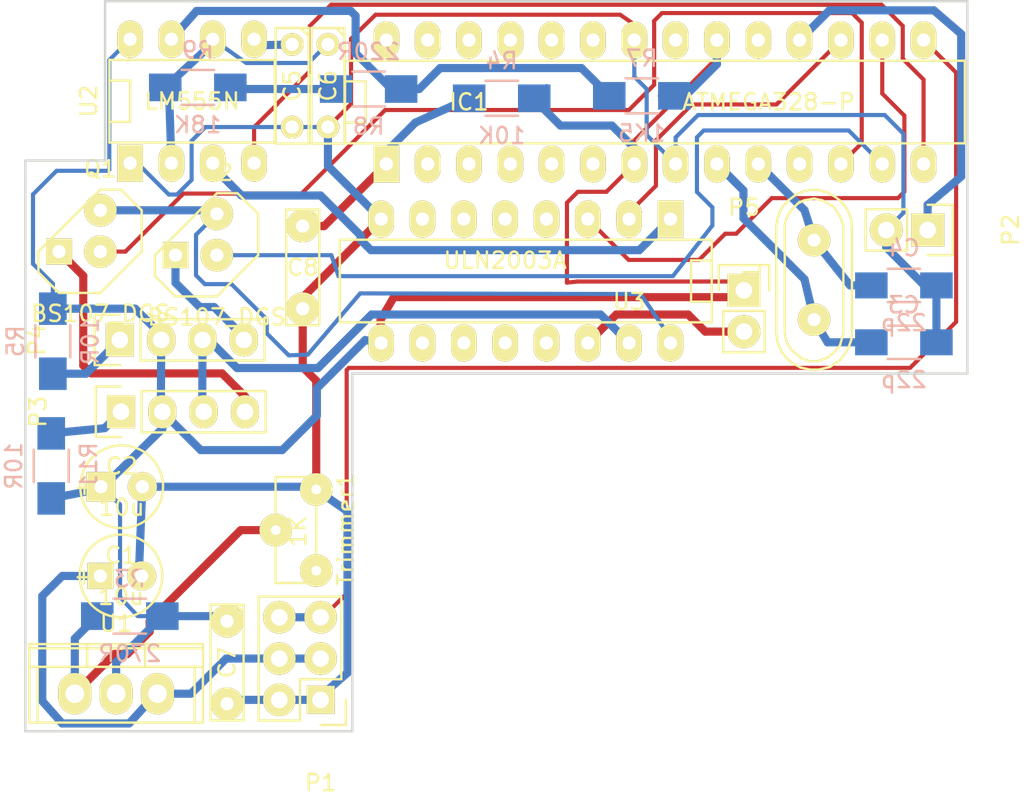
<source format=kicad_pcb>
(kicad_pcb (version 4) (host pcbnew "(2014-jul-16 BZR unknown)-product")

  (general
    (links 65)
    (no_connects 0)
    (area 88.224999 76.324999 146.275001 121.375001)
    (thickness 1.6)
    (drawings 8)
    (tracks 301)
    (zones 0)
    (modules 28)
    (nets 49)
  )

  (page A4)
  (layers
    (0 F.Cu signal)
    (31 B.Cu signal)
    (32 B.Adhes user)
    (33 F.Adhes user)
    (34 B.Paste user)
    (35 F.Paste user)
    (36 B.SilkS user)
    (37 F.SilkS user)
    (38 B.Mask user)
    (39 F.Mask user)
    (40 Dwgs.User user)
    (41 Cmts.User user)
    (42 Eco1.User user)
    (43 Eco2.User user)
    (44 Edge.Cuts user)
    (45 Margin user)
    (46 B.CrtYd user)
    (47 F.CrtYd user)
    (48 B.Fab user)
    (49 F.Fab user)
  )

  (setup
    (last_trace_width 0.5)
    (user_trace_width 0.5)
    (trace_clearance 0.254)
    (zone_clearance 0.4064)
    (zone_45_only no)
    (trace_min 0.254)
    (segment_width 0.2)
    (edge_width 0.15)
    (via_size 0.889)
    (via_drill 0.635)
    (via_min_size 0.889)
    (via_min_drill 0.508)
    (uvia_size 0.508)
    (uvia_drill 0.127)
    (uvias_allowed no)
    (uvia_min_size 0.508)
    (uvia_min_drill 0.127)
    (pcb_text_width 0.3)
    (pcb_text_size 1 1)
    (mod_edge_width 0.15)
    (mod_text_size 1 1)
    (mod_text_width 0.15)
    (pad_size 2 2)
    (pad_drill 0.6)
    (pad_to_mask_clearance 0)
    (aux_axis_origin 0 0)
    (grid_origin 11.69 19.12)
    (visible_elements FFFCEF7F)
    (pcbplotparams
      (layerselection 0x00030_80000001)
      (usegerberextensions false)
      (excludeedgelayer true)
      (linewidth 0.500000)
      (plotframeref false)
      (viasonmask false)
      (mode 1)
      (useauxorigin false)
      (hpglpennumber 1)
      (hpglpenspeed 20)
      (hpglpendiameter 15)
      (hpglpenoverlay 2)
      (psnegative false)
      (psa4output false)
      (plotreference true)
      (plotvalue true)
      (plotinvisibletext false)
      (padsonsilk false)
      (subtractmaskfromsilk false)
      (outputformat 1)
      (mirror false)
      (drillshape 1)
      (scaleselection 1)
      (outputdirectory ""))
  )

  (net 0 "")
  (net 1 "Net-(C1-Pad1)")
  (net 2 GND)
  (net 3 VCC)
  (net 4 "Net-(C3-Pad2)")
  (net 5 "Net-(C4-Pad2)")
  (net 6 "Net-(C5-Pad1)")
  (net 7 "Net-(C6-Pad1)")
  (net 8 "Net-(C8-Pad1)")
  (net 9 "Net-(IC1-Pad2)")
  (net 10 "Net-(IC1-Pad3)")
  (net 11 "Net-(IC1-Pad4)")
  (net 12 "Net-(IC1-Pad5)")
  (net 13 "Net-(IC1-Pad6)")
  (net 14 "Net-(IC1-Pad11)")
  (net 15 "Net-(IC1-Pad12)")
  (net 16 "Net-(IC1-Pad13)")
  (net 17 "Net-(IC1-Pad14)")
  (net 18 "Net-(IC1-Pad15)")
  (net 19 "Net-(IC1-Pad16)")
  (net 20 "Net-(IC1-Pad17)")
  (net 21 "Net-(IC1-Pad18)")
  (net 22 "Net-(IC1-Pad19)")
  (net 23 "Net-(IC1-Pad21)")
  (net 24 "Net-(IC1-Pad23)")
  (net 25 "Net-(IC1-Pad24)")
  (net 26 "Net-(IC1-Pad25)")
  (net 27 "Net-(IC1-Pad26)")
  (net 28 "Net-(IC1-Pad27)")
  (net 29 "Net-(IC1-Pad28)")
  (net 30 "Net-(P3-Pad1)")
  (net 31 "Net-(P3-Pad3)")
  (net 32 "Net-(P3-Pad4)")
  (net 33 "Net-(P4-Pad1)")
  (net 34 "Net-(P4-Pad4)")
  (net 35 "Net-(P5-Pad2)")
  (net 36 "Net-(R3-Pad2)")
  (net 37 "Net-(R7-Pad2)")
  (net 38 "Net-(R8-Pad1)")
  (net 39 "Net-(U2-Pad3)")
  (net 40 "Net-(U3-Pad4)")
  (net 41 "Net-(U3-Pad5)")
  (net 42 "Net-(U3-Pad6)")
  (net 43 "Net-(U3-Pad7)")
  (net 44 "Net-(U3-Pad10)")
  (net 45 "Net-(U3-Pad11)")
  (net 46 "Net-(U3-Pad12)")
  (net 47 "Net-(U3-Pad13)")
  (net 48 "Net-(Q1-PadS)")

  (net_class Default "This is the default net class."
    (clearance 0.254)
    (trace_width 0.254)
    (via_dia 0.889)
    (via_drill 0.635)
    (uvia_dia 0.508)
    (uvia_drill 0.127)
    (add_net GND)
    (add_net "Net-(C1-Pad1)")
    (add_net "Net-(C3-Pad2)")
    (add_net "Net-(C4-Pad2)")
    (add_net "Net-(C5-Pad1)")
    (add_net "Net-(C6-Pad1)")
    (add_net "Net-(C8-Pad1)")
    (add_net "Net-(IC1-Pad11)")
    (add_net "Net-(IC1-Pad12)")
    (add_net "Net-(IC1-Pad13)")
    (add_net "Net-(IC1-Pad14)")
    (add_net "Net-(IC1-Pad15)")
    (add_net "Net-(IC1-Pad16)")
    (add_net "Net-(IC1-Pad17)")
    (add_net "Net-(IC1-Pad18)")
    (add_net "Net-(IC1-Pad19)")
    (add_net "Net-(IC1-Pad2)")
    (add_net "Net-(IC1-Pad21)")
    (add_net "Net-(IC1-Pad23)")
    (add_net "Net-(IC1-Pad24)")
    (add_net "Net-(IC1-Pad25)")
    (add_net "Net-(IC1-Pad26)")
    (add_net "Net-(IC1-Pad27)")
    (add_net "Net-(IC1-Pad28)")
    (add_net "Net-(IC1-Pad3)")
    (add_net "Net-(IC1-Pad4)")
    (add_net "Net-(IC1-Pad5)")
    (add_net "Net-(IC1-Pad6)")
    (add_net "Net-(P3-Pad1)")
    (add_net "Net-(P3-Pad3)")
    (add_net "Net-(P3-Pad4)")
    (add_net "Net-(P4-Pad1)")
    (add_net "Net-(P4-Pad4)")
    (add_net "Net-(P5-Pad2)")
    (add_net "Net-(Q1-PadS)")
    (add_net "Net-(R3-Pad2)")
    (add_net "Net-(R7-Pad2)")
    (add_net "Net-(R8-Pad1)")
    (add_net "Net-(U2-Pad3)")
    (add_net "Net-(U3-Pad10)")
    (add_net "Net-(U3-Pad11)")
    (add_net "Net-(U3-Pad12)")
    (add_net "Net-(U3-Pad13)")
    (add_net "Net-(U3-Pad4)")
    (add_net "Net-(U3-Pad5)")
    (add_net "Net-(U3-Pad6)")
    (add_net "Net-(U3-Pad7)")
    (add_net VCC)
  )

  (module Capacitors_SMD:C_1206_HandSoldering placed (layer B.Cu) (tedit 541A9C03) (tstamp 54F6301F)
    (at 142.3 97.38 180)
    (descr "Capacitor SMD 1206, hand soldering")
    (tags "capacitor 1206")
    (path /54EF9F71)
    (attr smd)
    (fp_text reference C3 (at 0 2.3 180) (layer B.SilkS)
      (effects (font (size 1 1) (thickness 0.15)) (justify mirror))
    )
    (fp_text value 22p (at 0 -2.3 180) (layer B.SilkS)
      (effects (font (size 1 1) (thickness 0.15)) (justify mirror))
    )
    (fp_line (start -3.3 1.15) (end 3.3 1.15) (layer B.CrtYd) (width 0.05))
    (fp_line (start -3.3 -1.15) (end 3.3 -1.15) (layer B.CrtYd) (width 0.05))
    (fp_line (start -3.3 1.15) (end -3.3 -1.15) (layer B.CrtYd) (width 0.05))
    (fp_line (start 3.3 1.15) (end 3.3 -1.15) (layer B.CrtYd) (width 0.05))
    (fp_line (start 1 1.025) (end -1 1.025) (layer B.SilkS) (width 0.15))
    (fp_line (start -1 -1.025) (end 1 -1.025) (layer B.SilkS) (width 0.15))
    (pad 1 smd rect (at -2 0 180) (size 2 1.6) (layers B.Cu B.Paste B.Mask)
      (net 2 GND))
    (pad 2 smd rect (at 2 0 180) (size 2 1.6) (layers B.Cu B.Paste B.Mask)
      (net 4 "Net-(C3-Pad2)"))
    (model Capacitors_SMD/C_1206_HandSoldering.wrl
      (at (xyz 0 0 0))
      (scale (xyz 1 1 1))
      (rotate (xyz 0 0 0))
    )
  )

  (module Capacitors_SMD:C_1206_HandSoldering placed (layer B.Cu) (tedit 541A9C03) (tstamp 54F6774B)
    (at 142.3 93.88 180)
    (descr "Capacitor SMD 1206, hand soldering")
    (tags "capacitor 1206")
    (path /54EFA013)
    (attr smd)
    (fp_text reference C4 (at 0 2.3 180) (layer B.SilkS)
      (effects (font (size 1 1) (thickness 0.15)) (justify mirror))
    )
    (fp_text value 22p (at 0 -2.3 180) (layer B.SilkS)
      (effects (font (size 1 1) (thickness 0.15)) (justify mirror))
    )
    (fp_line (start -3.3 1.15) (end 3.3 1.15) (layer B.CrtYd) (width 0.05))
    (fp_line (start -3.3 -1.15) (end 3.3 -1.15) (layer B.CrtYd) (width 0.05))
    (fp_line (start -3.3 1.15) (end -3.3 -1.15) (layer B.CrtYd) (width 0.05))
    (fp_line (start 3.3 1.15) (end 3.3 -1.15) (layer B.CrtYd) (width 0.05))
    (fp_line (start 1 1.025) (end -1 1.025) (layer B.SilkS) (width 0.15))
    (fp_line (start -1 -1.025) (end 1 -1.025) (layer B.SilkS) (width 0.15))
    (pad 1 smd rect (at -2 0 180) (size 2 1.6) (layers B.Cu B.Paste B.Mask)
      (net 2 GND))
    (pad 2 smd rect (at 2 0 180) (size 2 1.6) (layers B.Cu B.Paste B.Mask)
      (net 5 "Net-(C4-Pad2)"))
    (model Capacitors_SMD/C_1206_HandSoldering.wrl
      (at (xyz 0 0 0))
      (scale (xyz 1 1 1))
      (rotate (xyz 0 0 0))
    )
  )

  (module Discret:C2 placed (layer F.Cu) (tedit 54F62F46) (tstamp 54F781A5)
    (at 104.7 81.6 270)
    (descr "Condensateur = 2 pas")
    (tags C)
    (path /54EFC843)
    (fp_text reference C5 (at 0 0 270) (layer F.SilkS)
      (effects (font (size 1 1) (thickness 0.15)))
    )
    (fp_text value 104 (at 0 0 270) (layer F.SilkS) hide
      (effects (font (size 1 1) (thickness 0.15)))
    )
    (fp_line (start -3.556 -1.016) (end 3.556 -1.016) (layer F.SilkS) (width 0.15))
    (fp_line (start 3.556 -1.016) (end 3.556 1.016) (layer F.SilkS) (width 0.15))
    (fp_line (start 3.556 1.016) (end -3.556 1.016) (layer F.SilkS) (width 0.15))
    (fp_line (start -3.556 1.016) (end -3.556 -1.016) (layer F.SilkS) (width 0.15))
    (fp_line (start -3.556 -0.508) (end -3.048 -1.016) (layer F.SilkS) (width 0.15))
    (pad 1 thru_hole circle (at -2.54 0 270) (size 1.397 1.397) (drill 0.8128) (layers *.Cu *.Mask F.SilkS)
      (net 6 "Net-(C5-Pad1)"))
    (pad 2 thru_hole circle (at 2.54 0 270) (size 1.397 1.397) (drill 0.8128) (layers *.Cu *.Mask F.SilkS)
      (net 2 GND))
    (model Discret/C2.wrl
      (at (xyz 0 0 0))
      (scale (xyz 1 1 1))
      (rotate (xyz 0 0 0))
    )
  )

  (module Discret:C2 placed (layer F.Cu) (tedit 54F62F46) (tstamp 54F78199)
    (at 106.9 81.6 270)
    (descr "Condensateur = 2 pas")
    (tags C)
    (path /54EFC55C)
    (fp_text reference C6 (at 0 0 270) (layer F.SilkS)
      (effects (font (size 1 1) (thickness 0.15)))
    )
    (fp_text value 102 (at 0 0 270) (layer F.SilkS) hide
      (effects (font (size 1 1) (thickness 0.15)))
    )
    (fp_line (start -3.556 -1.016) (end 3.556 -1.016) (layer F.SilkS) (width 0.15))
    (fp_line (start 3.556 -1.016) (end 3.556 1.016) (layer F.SilkS) (width 0.15))
    (fp_line (start 3.556 1.016) (end -3.556 1.016) (layer F.SilkS) (width 0.15))
    (fp_line (start -3.556 1.016) (end -3.556 -1.016) (layer F.SilkS) (width 0.15))
    (fp_line (start -3.556 -0.508) (end -3.048 -1.016) (layer F.SilkS) (width 0.15))
    (pad 1 thru_hole circle (at -2.54 0 270) (size 1.397 1.397) (drill 0.8128) (layers *.Cu *.Mask F.SilkS)
      (net 7 "Net-(C6-Pad1)"))
    (pad 2 thru_hole circle (at 2.54 0 270) (size 1.397 1.397) (drill 0.8128) (layers *.Cu *.Mask F.SilkS)
      (net 2 GND))
    (model Discret/C2.wrl
      (at (xyz 0 0 0))
      (scale (xyz 1 1 1))
      (rotate (xyz 0 0 0))
    )
  )

  (module Discret:C2 placed (layer F.Cu) (tedit 54F781C6) (tstamp 54F7818D)
    (at 100.7 117.07 270)
    (descr "Condensateur = 2 pas")
    (tags C)
    (path /54F617D5)
    (fp_text reference C7 (at 0 0 270) (layer F.SilkS)
      (effects (font (size 1 1) (thickness 0.15)))
    )
    (fp_text value 104 (at 0 0 270) (layer F.SilkS) hide
      (effects (font (size 1 1) (thickness 0.15)))
    )
    (fp_line (start -3.556 -1.016) (end 3.556 -1.016) (layer F.SilkS) (width 0.15))
    (fp_line (start 3.556 -1.016) (end 3.556 1.016) (layer F.SilkS) (width 0.15))
    (fp_line (start 3.556 1.016) (end -3.556 1.016) (layer F.SilkS) (width 0.15))
    (fp_line (start -3.556 1.016) (end -3.556 -1.016) (layer F.SilkS) (width 0.15))
    (fp_line (start -3.556 -0.508) (end -3.048 -1.016) (layer F.SilkS) (width 0.15))
    (pad 1 thru_hole circle (at -2.54 0 270) (size 2 2) (drill 0.8128) (layers *.Cu *.Mask F.SilkS)
      (net 3 VCC))
    (pad 2 thru_hole circle (at 2.54 0 270) (size 2 2) (drill 0.8128) (layers *.Cu *.Mask F.SilkS)
      (net 2 GND))
    (model Discret/C2.wrl
      (at (xyz 0 0 0))
      (scale (xyz 1 1 1))
      (rotate (xyz 0 0 0))
    )
  )

  (module Discret:C2 placed (layer F.Cu) (tedit 54F7810A) (tstamp 54F78181)
    (at 105.35 92.77 270)
    (descr "Condensateur = 2 pas")
    (tags C)
    (path /54F62747)
    (fp_text reference C8 (at 0 0 360) (layer F.SilkS)
      (effects (font (size 1 1) (thickness 0.15)))
    )
    (fp_text value 104 (at 0 0 270) (layer F.SilkS) hide
      (effects (font (size 1 1) (thickness 0.15)))
    )
    (fp_line (start -3.556 -1.016) (end 3.556 -1.016) (layer F.SilkS) (width 0.15))
    (fp_line (start 3.556 -1.016) (end 3.556 1.016) (layer F.SilkS) (width 0.15))
    (fp_line (start 3.556 1.016) (end -3.556 1.016) (layer F.SilkS) (width 0.15))
    (fp_line (start -3.556 1.016) (end -3.556 -1.016) (layer F.SilkS) (width 0.15))
    (fp_line (start -3.556 -0.508) (end -3.048 -1.016) (layer F.SilkS) (width 0.15))
    (pad 1 thru_hole circle (at -2.54 0 270) (size 2 2) (drill 0.8128) (layers *.Cu *.Mask F.SilkS)
      (net 8 "Net-(C8-Pad1)"))
    (pad 2 thru_hole circle (at 2.54 0 270) (size 2 2) (drill 0.8128) (layers *.Cu *.Mask F.SilkS)
      (net 2 GND))
    (model Discret/C2.wrl
      (at (xyz 0 0 0))
      (scale (xyz 1 1 1))
      (rotate (xyz 0 0 0))
    )
  )

  (module Sockets_DIP:DIP-28__300_ELL placed (layer F.Cu) (tedit 54F62F43) (tstamp 54F6307E)
    (at 127 82.6)
    (descr "28 pins DIL package, elliptical pads, width 300mil")
    (tags DIL)
    (path /54EF9DA4)
    (fp_text reference IC1 (at -11.43 0) (layer F.SilkS)
      (effects (font (size 1 1) (thickness 0.15)))
    )
    (fp_text value ATMEGA328-P (at 6.985 0) (layer F.SilkS)
      (effects (font (size 1 1) (thickness 0.15)))
    )
    (fp_line (start -19.05 -2.54) (end 19.05 -2.54) (layer F.SilkS) (width 0.15))
    (fp_line (start 19.05 -2.54) (end 19.05 2.54) (layer F.SilkS) (width 0.15))
    (fp_line (start 19.05 2.54) (end -19.05 2.54) (layer F.SilkS) (width 0.15))
    (fp_line (start -19.05 2.54) (end -19.05 -2.54) (layer F.SilkS) (width 0.15))
    (fp_line (start -19.05 -1.27) (end -17.78 -1.27) (layer F.SilkS) (width 0.15))
    (fp_line (start -17.78 -1.27) (end -17.78 1.27) (layer F.SilkS) (width 0.15))
    (fp_line (start -17.78 1.27) (end -19.05 1.27) (layer F.SilkS) (width 0.15))
    (pad 2 thru_hole oval (at -13.97 3.81) (size 1.5748 2.286) (drill 0.8128) (layers *.Cu *.Mask F.SilkS)
      (net 9 "Net-(IC1-Pad2)"))
    (pad 3 thru_hole oval (at -11.43 3.81) (size 1.5748 2.286) (drill 0.8128) (layers *.Cu *.Mask F.SilkS)
      (net 10 "Net-(IC1-Pad3)"))
    (pad 4 thru_hole oval (at -8.89 3.81) (size 1.5748 2.286) (drill 0.8128) (layers *.Cu *.Mask F.SilkS)
      (net 11 "Net-(IC1-Pad4)"))
    (pad 5 thru_hole oval (at -6.35 3.81) (size 1.5748 2.286) (drill 0.8128) (layers *.Cu *.Mask F.SilkS)
      (net 12 "Net-(IC1-Pad5)"))
    (pad 6 thru_hole oval (at -3.81 3.81) (size 1.5748 2.286) (drill 0.8128) (layers *.Cu *.Mask F.SilkS)
      (net 13 "Net-(IC1-Pad6)"))
    (pad 7 thru_hole oval (at -1.27 3.81) (size 1.5748 2.286) (drill 0.8128) (layers *.Cu *.Mask F.SilkS)
      (net 3 VCC))
    (pad 8 thru_hole oval (at 1.27 3.81) (size 1.5748 2.286) (drill 0.8128) (layers *.Cu *.Mask F.SilkS)
      (net 2 GND))
    (pad 9 thru_hole oval (at 3.81 3.81) (size 1.5748 2.286) (drill 0.8128) (layers *.Cu *.Mask F.SilkS)
      (net 4 "Net-(C3-Pad2)"))
    (pad 10 thru_hole oval (at 6.35 3.81) (size 1.5748 2.286) (drill 0.8128) (layers *.Cu *.Mask F.SilkS)
      (net 5 "Net-(C4-Pad2)"))
    (pad 11 thru_hole oval (at 8.89 3.81) (size 1.5748 2.286) (drill 0.8128) (layers *.Cu *.Mask F.SilkS)
      (net 14 "Net-(IC1-Pad11)"))
    (pad 12 thru_hole oval (at 11.43 3.81) (size 1.5748 2.286) (drill 0.8128) (layers *.Cu *.Mask F.SilkS)
      (net 15 "Net-(IC1-Pad12)"))
    (pad 13 thru_hole oval (at 13.97 3.81) (size 1.5748 2.286) (drill 0.8128) (layers *.Cu *.Mask F.SilkS)
      (net 16 "Net-(IC1-Pad13)"))
    (pad 14 thru_hole oval (at 16.51 3.81) (size 1.5748 2.286) (drill 0.8128) (layers *.Cu *.Mask F.SilkS)
      (net 17 "Net-(IC1-Pad14)"))
    (pad 1 thru_hole rect (at -16.51 3.81) (size 1.5748 2.286) (drill 0.8128) (layers *.Cu *.Mask F.SilkS)
      (net 8 "Net-(C8-Pad1)"))
    (pad 15 thru_hole oval (at 16.51 -3.81) (size 1.5748 2.286) (drill 0.8128) (layers *.Cu *.Mask F.SilkS)
      (net 18 "Net-(IC1-Pad15)"))
    (pad 16 thru_hole oval (at 13.97 -3.81) (size 1.5748 2.286) (drill 0.8128) (layers *.Cu *.Mask F.SilkS)
      (net 19 "Net-(IC1-Pad16)"))
    (pad 17 thru_hole oval (at 11.43 -3.81) (size 1.5748 2.286) (drill 0.8128) (layers *.Cu *.Mask F.SilkS)
      (net 20 "Net-(IC1-Pad17)"))
    (pad 18 thru_hole oval (at 8.89 -3.81) (size 1.5748 2.286) (drill 0.8128) (layers *.Cu *.Mask F.SilkS)
      (net 21 "Net-(IC1-Pad18)"))
    (pad 19 thru_hole oval (at 6.35 -3.81) (size 1.5748 2.286) (drill 0.8128) (layers *.Cu *.Mask F.SilkS)
      (net 22 "Net-(IC1-Pad19)"))
    (pad 20 thru_hole oval (at 3.81 -3.81) (size 1.5748 2.286) (drill 0.8128) (layers *.Cu *.Mask F.SilkS)
      (net 3 VCC))
    (pad 21 thru_hole oval (at 1.27 -3.81) (size 1.5748 2.286) (drill 0.8128) (layers *.Cu *.Mask F.SilkS)
      (net 23 "Net-(IC1-Pad21)"))
    (pad 22 thru_hole oval (at -1.27 -3.81) (size 1.5748 2.286) (drill 0.8128) (layers *.Cu *.Mask F.SilkS)
      (net 2 GND))
    (pad 23 thru_hole oval (at -3.81 -3.81) (size 1.5748 2.286) (drill 0.8128) (layers *.Cu *.Mask F.SilkS)
      (net 24 "Net-(IC1-Pad23)"))
    (pad 24 thru_hole oval (at -6.35 -3.81) (size 1.5748 2.286) (drill 0.8128) (layers *.Cu *.Mask F.SilkS)
      (net 25 "Net-(IC1-Pad24)"))
    (pad 25 thru_hole oval (at -8.89 -3.81) (size 1.5748 2.286) (drill 0.8128) (layers *.Cu *.Mask F.SilkS)
      (net 26 "Net-(IC1-Pad25)"))
    (pad 26 thru_hole oval (at -11.43 -3.81) (size 1.5748 2.286) (drill 0.8128) (layers *.Cu *.Mask F.SilkS)
      (net 27 "Net-(IC1-Pad26)"))
    (pad 27 thru_hole oval (at -13.97 -3.81) (size 1.5748 2.286) (drill 0.8128) (layers *.Cu *.Mask F.SilkS)
      (net 28 "Net-(IC1-Pad27)"))
    (pad 28 thru_hole oval (at -16.51 -3.81) (size 1.5748 2.286) (drill 0.8128) (layers *.Cu *.Mask F.SilkS)
      (net 29 "Net-(IC1-Pad28)"))
    (model Sockets_DIP/DIP-28__300_ELL.wrl
      (at (xyz 0 0 0))
      (scale (xyz 1 1 1))
      (rotate (xyz 0 0 0))
    )
  )

  (module Pin_Headers:Pin_Header_Straight_2x03 placed (layer F.Cu) (tedit 54F78191) (tstamp 54F63095)
    (at 106.45 119.37 180)
    (descr "Through hole pin header")
    (tags "pin header")
    (path /54EFE140)
    (fp_text reference P1 (at 0 -5.1 180) (layer F.SilkS)
      (effects (font (size 1 1) (thickness 0.15)))
    )
    (fp_text value Throttle (at 0 -3.1 180) (layer F.SilkS) hide
      (effects (font (size 1 1) (thickness 0.15)))
    )
    (fp_line (start -1.27 1.27) (end -1.27 6.35) (layer F.SilkS) (width 0.15))
    (fp_line (start -1.55 -1.55) (end 0 -1.55) (layer F.SilkS) (width 0.15))
    (fp_line (start -1.75 -1.75) (end -1.75 6.85) (layer F.CrtYd) (width 0.05))
    (fp_line (start 4.3 -1.75) (end 4.3 6.85) (layer F.CrtYd) (width 0.05))
    (fp_line (start -1.75 -1.75) (end 4.3 -1.75) (layer F.CrtYd) (width 0.05))
    (fp_line (start -1.75 6.85) (end 4.3 6.85) (layer F.CrtYd) (width 0.05))
    (fp_line (start 1.27 -1.27) (end 1.27 1.27) (layer F.SilkS) (width 0.15))
    (fp_line (start 1.27 1.27) (end -1.27 1.27) (layer F.SilkS) (width 0.15))
    (fp_line (start -1.27 6.35) (end 3.81 6.35) (layer F.SilkS) (width 0.15))
    (fp_line (start 3.81 6.35) (end 3.81 1.27) (layer F.SilkS) (width 0.15))
    (fp_line (start -1.55 -1.55) (end -1.55 0) (layer F.SilkS) (width 0.15))
    (fp_line (start 3.81 -1.27) (end 1.27 -1.27) (layer F.SilkS) (width 0.15))
    (fp_line (start 3.81 1.27) (end 3.81 -1.27) (layer F.SilkS) (width 0.15))
    (pad 1 thru_hole rect (at 0 0 180) (size 1.7272 1.7272) (drill 1.016) (layers *.Cu *.Mask F.SilkS)
      (net 2 GND))
    (pad 2 thru_hole oval (at 2.54 0 180) (size 2 2) (drill 1.016) (layers *.Cu *.Mask F.SilkS)
      (net 2 GND))
    (pad 3 thru_hole oval (at 0 2.54 180) (size 2 2) (drill 1.016) (layers *.Cu *.Mask F.SilkS)
      (net 1 "Net-(C1-Pad1)"))
    (pad 4 thru_hole oval (at 2.54 2.54 180) (size 2 2) (drill 1.016) (layers *.Cu *.Mask F.SilkS)
      (net 1 "Net-(C1-Pad1)"))
    (pad 5 thru_hole oval (at 0 5.08 180) (size 2 2) (drill 1.016) (layers *.Cu *.Mask F.SilkS)
      (net 18 "Net-(IC1-Pad15)"))
    (pad 6 thru_hole oval (at 2.54 5.08 180) (size 2 2) (drill 1.016) (layers *.Cu *.Mask F.SilkS)
      (net 18 "Net-(IC1-Pad15)"))
    (model Pin_Headers/Pin_Header_Straight_2x03.wrl
      (at (xyz 0.05 -0.1 0))
      (scale (xyz 1 1 1))
      (rotate (xyz 0 0 90))
    )
  )

  (module Pin_Headers:Pin_Header_Straight_1x02 placed (layer F.Cu) (tedit 54EA090C) (tstamp 54F630A6)
    (at 143.76 90.47 270)
    (descr "Through hole pin header")
    (tags "pin header")
    (path /54EFEC32)
    (fp_text reference P2 (at 0 -5.1 270) (layer F.SilkS)
      (effects (font (size 1 1) (thickness 0.15)))
    )
    (fp_text value AUX1 (at 0 -3.1 270) (layer F.SilkS) hide
      (effects (font (size 1 1) (thickness 0.15)))
    )
    (fp_line (start 1.27 1.27) (end 1.27 3.81) (layer F.SilkS) (width 0.15))
    (fp_line (start 1.55 -1.55) (end 1.55 0) (layer F.SilkS) (width 0.15))
    (fp_line (start -1.75 -1.75) (end -1.75 4.3) (layer F.CrtYd) (width 0.05))
    (fp_line (start 1.75 -1.75) (end 1.75 4.3) (layer F.CrtYd) (width 0.05))
    (fp_line (start -1.75 -1.75) (end 1.75 -1.75) (layer F.CrtYd) (width 0.05))
    (fp_line (start -1.75 4.3) (end 1.75 4.3) (layer F.CrtYd) (width 0.05))
    (fp_line (start 1.27 1.27) (end -1.27 1.27) (layer F.SilkS) (width 0.15))
    (fp_line (start -1.55 0) (end -1.55 -1.55) (layer F.SilkS) (width 0.15))
    (fp_line (start -1.55 -1.55) (end 1.55 -1.55) (layer F.SilkS) (width 0.15))
    (fp_line (start -1.27 1.27) (end -1.27 3.81) (layer F.SilkS) (width 0.15))
    (fp_line (start -1.27 3.81) (end 1.27 3.81) (layer F.SilkS) (width 0.15))
    (pad 1 thru_hole rect (at 0 0 270) (size 2.032 2.032) (drill 1.016) (layers *.Cu *.Mask F.SilkS)
      (net 21 "Net-(IC1-Pad18)"))
    (pad 2 thru_hole oval (at 0 2.54 270) (size 2.032 2.032) (drill 1.016) (layers *.Cu *.Mask F.SilkS)
      (net 2 GND))
    (model Pin_Headers/Pin_Header_Straight_1x02.wrl
      (at (xyz 0 -0.05 0))
      (scale (xyz 1 1 1))
      (rotate (xyz 0 0 90))
    )
  )

  (module Pin_Headers:Pin_Header_Straight_1x04 placed (layer F.Cu) (tedit 54F62F45) (tstamp 54F630B9)
    (at 94.18 101.65 90)
    (descr "Through hole pin header")
    (tags "pin header")
    (path /54F0F717)
    (fp_text reference P3 (at 0 -5.1 90) (layer F.SilkS)
      (effects (font (size 1 1) (thickness 0.15)))
    )
    (fp_text value Front1 (at 0 -3.1 90) (layer F.SilkS) hide
      (effects (font (size 1 1) (thickness 0.15)))
    )
    (fp_line (start -1.75 -1.75) (end -1.75 9.4) (layer F.CrtYd) (width 0.05))
    (fp_line (start 1.75 -1.75) (end 1.75 9.4) (layer F.CrtYd) (width 0.05))
    (fp_line (start -1.75 -1.75) (end 1.75 -1.75) (layer F.CrtYd) (width 0.05))
    (fp_line (start -1.75 9.4) (end 1.75 9.4) (layer F.CrtYd) (width 0.05))
    (fp_line (start -1.27 1.27) (end -1.27 8.89) (layer F.SilkS) (width 0.15))
    (fp_line (start 1.27 1.27) (end 1.27 8.89) (layer F.SilkS) (width 0.15))
    (fp_line (start 1.55 -1.55) (end 1.55 0) (layer F.SilkS) (width 0.15))
    (fp_line (start -1.27 8.89) (end 1.27 8.89) (layer F.SilkS) (width 0.15))
    (fp_line (start 1.27 1.27) (end -1.27 1.27) (layer F.SilkS) (width 0.15))
    (fp_line (start -1.55 0) (end -1.55 -1.55) (layer F.SilkS) (width 0.15))
    (fp_line (start -1.55 -1.55) (end 1.55 -1.55) (layer F.SilkS) (width 0.15))
    (pad 1 thru_hole rect (at 0 0 90) (size 2.032 1.7272) (drill 1.016) (layers *.Cu *.Mask F.SilkS)
      (net 30 "Net-(P3-Pad1)"))
    (pad 2 thru_hole oval (at 0 2.54 90) (size 2.032 1.7272) (drill 1.016) (layers *.Cu *.Mask F.SilkS)
      (net 3 VCC))
    (pad 3 thru_hole oval (at 0 5.08 90) (size 2.032 1.7272) (drill 1.016) (layers *.Cu *.Mask F.SilkS)
      (net 31 "Net-(P3-Pad3)"))
    (pad 4 thru_hole oval (at 0 7.62 90) (size 2.032 1.7272) (drill 1.016) (layers *.Cu *.Mask F.SilkS)
      (net 32 "Net-(P3-Pad4)"))
    (model Pin_Headers/Pin_Header_Straight_1x04.wrl
      (at (xyz 0 -0.15 0))
      (scale (xyz 1 1 1))
      (rotate (xyz 0 0 90))
    )
  )

  (module Pin_Headers:Pin_Header_Straight_1x04 placed (layer F.Cu) (tedit 54F62F45) (tstamp 54F630CC)
    (at 94.11 97.23 90)
    (descr "Through hole pin header")
    (tags "pin header")
    (path /54F0F768)
    (fp_text reference P4 (at 0 -5.1 90) (layer F.SilkS)
      (effects (font (size 1 1) (thickness 0.15)))
    )
    (fp_text value Front2 (at 0 -3.1 90) (layer F.SilkS) hide
      (effects (font (size 1 1) (thickness 0.15)))
    )
    (fp_line (start -1.75 -1.75) (end -1.75 9.4) (layer F.CrtYd) (width 0.05))
    (fp_line (start 1.75 -1.75) (end 1.75 9.4) (layer F.CrtYd) (width 0.05))
    (fp_line (start -1.75 -1.75) (end 1.75 -1.75) (layer F.CrtYd) (width 0.05))
    (fp_line (start -1.75 9.4) (end 1.75 9.4) (layer F.CrtYd) (width 0.05))
    (fp_line (start -1.27 1.27) (end -1.27 8.89) (layer F.SilkS) (width 0.15))
    (fp_line (start 1.27 1.27) (end 1.27 8.89) (layer F.SilkS) (width 0.15))
    (fp_line (start 1.55 -1.55) (end 1.55 0) (layer F.SilkS) (width 0.15))
    (fp_line (start -1.27 8.89) (end 1.27 8.89) (layer F.SilkS) (width 0.15))
    (fp_line (start 1.27 1.27) (end -1.27 1.27) (layer F.SilkS) (width 0.15))
    (fp_line (start -1.55 0) (end -1.55 -1.55) (layer F.SilkS) (width 0.15))
    (fp_line (start -1.55 -1.55) (end 1.55 -1.55) (layer F.SilkS) (width 0.15))
    (pad 1 thru_hole rect (at 0 0 90) (size 2.032 1.7272) (drill 1.016) (layers *.Cu *.Mask F.SilkS)
      (net 33 "Net-(P4-Pad1)"))
    (pad 2 thru_hole oval (at 0 2.54 90) (size 2.032 1.7272) (drill 1.016) (layers *.Cu *.Mask F.SilkS)
      (net 3 VCC))
    (pad 3 thru_hole oval (at 0 5.08 90) (size 2.032 1.7272) (drill 1.016) (layers *.Cu *.Mask F.SilkS)
      (net 31 "Net-(P3-Pad3)"))
    (pad 4 thru_hole oval (at 0 7.62 90) (size 2.032 1.7272) (drill 1.016) (layers *.Cu *.Mask F.SilkS)
      (net 34 "Net-(P4-Pad4)"))
    (model Pin_Headers/Pin_Header_Straight_1x04.wrl
      (at (xyz 0 -0.15 0))
      (scale (xyz 1 1 1))
      (rotate (xyz 0 0 90))
    )
  )

  (module Pin_Headers:Pin_Header_Straight_1x02 placed (layer F.Cu) (tedit 54EA090C) (tstamp 54F630DD)
    (at 132.47 94.18)
    (descr "Through hole pin header")
    (tags "pin header")
    (path /54EFF5DC)
    (fp_text reference P5 (at 0 -5.1) (layer F.SilkS)
      (effects (font (size 1 1) (thickness 0.15)))
    )
    (fp_text value BackLight (at 0 -3.1) (layer F.SilkS) hide
      (effects (font (size 1 1) (thickness 0.15)))
    )
    (fp_line (start 1.27 1.27) (end 1.27 3.81) (layer F.SilkS) (width 0.15))
    (fp_line (start 1.55 -1.55) (end 1.55 0) (layer F.SilkS) (width 0.15))
    (fp_line (start -1.75 -1.75) (end -1.75 4.3) (layer F.CrtYd) (width 0.05))
    (fp_line (start 1.75 -1.75) (end 1.75 4.3) (layer F.CrtYd) (width 0.05))
    (fp_line (start -1.75 -1.75) (end 1.75 -1.75) (layer F.CrtYd) (width 0.05))
    (fp_line (start -1.75 4.3) (end 1.75 4.3) (layer F.CrtYd) (width 0.05))
    (fp_line (start 1.27 1.27) (end -1.27 1.27) (layer F.SilkS) (width 0.15))
    (fp_line (start -1.55 0) (end -1.55 -1.55) (layer F.SilkS) (width 0.15))
    (fp_line (start -1.55 -1.55) (end 1.55 -1.55) (layer F.SilkS) (width 0.15))
    (fp_line (start -1.27 1.27) (end -1.27 3.81) (layer F.SilkS) (width 0.15))
    (fp_line (start -1.27 3.81) (end 1.27 3.81) (layer F.SilkS) (width 0.15))
    (pad 1 thru_hole rect (at 0 0) (size 2.032 2.032) (drill 1.016) (layers *.Cu *.Mask F.SilkS)
      (net 3 VCC))
    (pad 2 thru_hole oval (at 0 2.54) (size 2.032 2.032) (drill 1.016) (layers *.Cu *.Mask F.SilkS)
      (net 35 "Net-(P5-Pad2)"))
    (model Pin_Headers/Pin_Header_Straight_1x02.wrl
      (at (xyz 0 -0.05 0))
      (scale (xyz 1 1 1))
      (rotate (xyz 0 0 90))
    )
  )

  (module Discret:TO92DGS placed (layer F.Cu) (tedit 54F780D6) (tstamp 54F630EC)
    (at 91.64 90.53 180)
    (descr "Transistor TO92 brochage type BC237")
    (tags "TR TO92")
    (path /54F63623)
    (fp_text reference Q1 (at -1.27 3.81 180) (layer F.SilkS)
      (effects (font (size 1 1) (thickness 0.15)))
    )
    (fp_text value BS107_DGS (at -1.27 -5.08 180) (layer F.SilkS)
      (effects (font (size 1 1) (thickness 0.15)))
    )
    (fp_line (start -1.27 2.54) (end 2.54 -1.27) (layer F.SilkS) (width 0.15))
    (fp_line (start 2.54 -1.27) (end 2.54 -2.54) (layer F.SilkS) (width 0.15))
    (fp_line (start 2.54 -2.54) (end 1.27 -3.81) (layer F.SilkS) (width 0.15))
    (fp_line (start 1.27 -3.81) (end -1.27 -3.81) (layer F.SilkS) (width 0.15))
    (fp_line (start -1.27 -3.81) (end -3.81 -1.27) (layer F.SilkS) (width 0.15))
    (fp_line (start -3.81 -1.27) (end -3.81 1.27) (layer F.SilkS) (width 0.15))
    (fp_line (start -3.81 1.27) (end -2.54 2.54) (layer F.SilkS) (width 0.15))
    (fp_line (start -2.54 2.54) (end -1.27 2.54) (layer F.SilkS) (width 0.15))
    (pad D thru_hole rect (at 1.27 -1.27 180) (size 1.6 1.6) (drill 0.8128) (layers *.Cu *.Mask F.SilkS)
      (net 32 "Net-(P3-Pad4)"))
    (pad G thru_hole circle (at -1.27 -1.27 180) (size 2 2) (drill 0.8128) (layers *.Cu *.Mask F.SilkS)
      (net 15 "Net-(IC1-Pad12)"))
    (pad S thru_hole circle (at -1.27 1.27 180) (size 2 2) (drill 0.8128) (layers *.Cu *.Mask F.SilkS)
      (net 48 "Net-(Q1-PadS)"))
    (model Discret/TO92DGS.wrl
      (at (xyz 0 0 0))
      (scale (xyz 1 1 1))
      (rotate (xyz 0 0 0))
    )
  )

  (module Discret:TO92DGS placed (layer F.Cu) (tedit 54F62F46) (tstamp 54F630FB)
    (at 98.8 90.75 180)
    (descr "Transistor TO92 brochage type BC237")
    (tags "TR TO92")
    (path /54F63661)
    (fp_text reference Q2 (at -1.27 3.81 180) (layer F.SilkS)
      (effects (font (size 1 1) (thickness 0.15)))
    )
    (fp_text value BS107_DGS (at -1.27 -5.08 180) (layer F.SilkS)
      (effects (font (size 1 1) (thickness 0.15)))
    )
    (fp_line (start -1.27 2.54) (end 2.54 -1.27) (layer F.SilkS) (width 0.15))
    (fp_line (start 2.54 -1.27) (end 2.54 -2.54) (layer F.SilkS) (width 0.15))
    (fp_line (start 2.54 -2.54) (end 1.27 -3.81) (layer F.SilkS) (width 0.15))
    (fp_line (start 1.27 -3.81) (end -1.27 -3.81) (layer F.SilkS) (width 0.15))
    (fp_line (start -1.27 -3.81) (end -3.81 -1.27) (layer F.SilkS) (width 0.15))
    (fp_line (start -3.81 -1.27) (end -3.81 1.27) (layer F.SilkS) (width 0.15))
    (fp_line (start -3.81 1.27) (end -2.54 2.54) (layer F.SilkS) (width 0.15))
    (fp_line (start -2.54 2.54) (end -1.27 2.54) (layer F.SilkS) (width 0.15))
    (pad D thru_hole rect (at 1.27 -1.27 180) (size 1.6 1.6) (drill 0.8128) (layers *.Cu *.Mask F.SilkS)
      (net 34 "Net-(P4-Pad4)"))
    (pad G thru_hole circle (at -1.27 -1.27 180) (size 2 2) (drill 0.8128) (layers *.Cu *.Mask F.SilkS)
      (net 16 "Net-(IC1-Pad13)"))
    (pad S thru_hole circle (at -1.27 1.27 180) (size 2 2) (drill 0.8128) (layers *.Cu *.Mask F.SilkS)
      (net 48 "Net-(Q1-PadS)"))
    (model Discret/TO92DGS.wrl
      (at (xyz 0 0 0))
      (scale (xyz 1 1 1))
      (rotate (xyz 0 0 0))
    )
  )

  (module Resistors_SMD:R_1206_HandSoldering placed (layer B.Cu) (tedit 5418A20D) (tstamp 54F63107)
    (at 94.72 114.22 180)
    (descr "Resistor SMD 1206, hand soldering")
    (tags "resistor 1206")
    (path /54EFD3C1)
    (attr smd)
    (fp_text reference R3 (at 0 2.3 180) (layer B.SilkS)
      (effects (font (size 1 1) (thickness 0.15)) (justify mirror))
    )
    (fp_text value 270R (at 0 -2.3 180) (layer B.SilkS)
      (effects (font (size 1 1) (thickness 0.15)) (justify mirror))
    )
    (fp_line (start -3.3 1.2) (end 3.3 1.2) (layer B.CrtYd) (width 0.05))
    (fp_line (start -3.3 -1.2) (end 3.3 -1.2) (layer B.CrtYd) (width 0.05))
    (fp_line (start -3.3 1.2) (end -3.3 -1.2) (layer B.CrtYd) (width 0.05))
    (fp_line (start 3.3 1.2) (end 3.3 -1.2) (layer B.CrtYd) (width 0.05))
    (fp_line (start 1 -1.075) (end -1 -1.075) (layer B.SilkS) (width 0.15))
    (fp_line (start -1 1.075) (end 1 1.075) (layer B.SilkS) (width 0.15))
    (pad 1 smd rect (at -2 0 180) (size 2 1.7) (layers B.Cu B.Paste B.Mask)
      (net 3 VCC))
    (pad 2 smd rect (at 2 0 180) (size 2 1.7) (layers B.Cu B.Paste B.Mask)
      (net 36 "Net-(R3-Pad2)"))
    (model Resistors_SMD/R_1206_HandSoldering.wrl
      (at (xyz 0 0 0))
      (scale (xyz 1 1 1))
      (rotate (xyz 0 0 0))
    )
  )

  (module Resistors_SMD:R_1206_HandSoldering placed (layer B.Cu) (tedit 5418A20D) (tstamp 54F63113)
    (at 117.58 82.37 180)
    (descr "Resistor SMD 1206, hand soldering")
    (tags "resistor 1206")
    (path /54EFA2E6)
    (attr smd)
    (fp_text reference R4 (at 0 2.3 180) (layer B.SilkS)
      (effects (font (size 1 1) (thickness 0.15)) (justify mirror))
    )
    (fp_text value 10K (at 0 -2.3 180) (layer B.SilkS)
      (effects (font (size 1 1) (thickness 0.15)) (justify mirror))
    )
    (fp_line (start -3.3 1.2) (end 3.3 1.2) (layer B.CrtYd) (width 0.05))
    (fp_line (start -3.3 -1.2) (end 3.3 -1.2) (layer B.CrtYd) (width 0.05))
    (fp_line (start -3.3 1.2) (end -3.3 -1.2) (layer B.CrtYd) (width 0.05))
    (fp_line (start 3.3 1.2) (end 3.3 -1.2) (layer B.CrtYd) (width 0.05))
    (fp_line (start 1 -1.075) (end -1 -1.075) (layer B.SilkS) (width 0.15))
    (fp_line (start -1 1.075) (end 1 1.075) (layer B.SilkS) (width 0.15))
    (pad 1 smd rect (at -2 0 180) (size 2 1.7) (layers B.Cu B.Paste B.Mask)
      (net 3 VCC))
    (pad 2 smd rect (at 2 0 180) (size 2 1.7) (layers B.Cu B.Paste B.Mask)
      (net 8 "Net-(C8-Pad1)"))
    (model Resistors_SMD/R_1206_HandSoldering.wrl
      (at (xyz 0 0 0))
      (scale (xyz 1 1 1))
      (rotate (xyz 0 0 0))
    )
  )

  (module Resistors_SMD:R_1206_HandSoldering placed (layer B.Cu) (tedit 5418A20D) (tstamp 54F6311F)
    (at 89.99 97.31 270)
    (descr "Resistor SMD 1206, hand soldering")
    (tags "resistor 1206")
    (path /54F0EE65)
    (attr smd)
    (fp_text reference R5 (at 0 2.3 270) (layer B.SilkS)
      (effects (font (size 1 1) (thickness 0.15)) (justify mirror))
    )
    (fp_text value 10R (at 0 -2.3 270) (layer B.SilkS)
      (effects (font (size 1 1) (thickness 0.15)) (justify mirror))
    )
    (fp_line (start -3.3 1.2) (end 3.3 1.2) (layer B.CrtYd) (width 0.05))
    (fp_line (start -3.3 -1.2) (end 3.3 -1.2) (layer B.CrtYd) (width 0.05))
    (fp_line (start -3.3 1.2) (end -3.3 -1.2) (layer B.CrtYd) (width 0.05))
    (fp_line (start 3.3 1.2) (end 3.3 -1.2) (layer B.CrtYd) (width 0.05))
    (fp_line (start 1 -1.075) (end -1 -1.075) (layer B.SilkS) (width 0.15))
    (fp_line (start -1 1.075) (end 1 1.075) (layer B.SilkS) (width 0.15))
    (pad 1 smd rect (at -2 0 270) (size 2 1.7) (layers B.Cu B.Paste B.Mask)
      (net 3 VCC))
    (pad 2 smd rect (at 2 0 270) (size 2 1.7) (layers B.Cu B.Paste B.Mask)
      (net 33 "Net-(P4-Pad1)"))
    (model Resistors_SMD/R_1206_HandSoldering.wrl
      (at (xyz 0 0 0))
      (scale (xyz 1 1 1))
      (rotate (xyz 0 0 0))
    )
  )

  (module Resistors_SMD:R_1206_HandSoldering placed (layer B.Cu) (tedit 5418A20D) (tstamp 54F6770C)
    (at 126.19 82.22 180)
    (descr "Resistor SMD 1206, hand soldering")
    (tags "resistor 1206")
    (path /54EFBE7B)
    (attr smd)
    (fp_text reference R7 (at 0 2.3 180) (layer B.SilkS)
      (effects (font (size 1 1) (thickness 0.15)) (justify mirror))
    )
    (fp_text value 1K5 (at 0 -2.3 180) (layer B.SilkS)
      (effects (font (size 1 1) (thickness 0.15)) (justify mirror))
    )
    (fp_line (start -3.3 1.2) (end 3.3 1.2) (layer B.CrtYd) (width 0.05))
    (fp_line (start -3.3 -1.2) (end 3.3 -1.2) (layer B.CrtYd) (width 0.05))
    (fp_line (start -3.3 1.2) (end -3.3 -1.2) (layer B.CrtYd) (width 0.05))
    (fp_line (start 3.3 1.2) (end 3.3 -1.2) (layer B.CrtYd) (width 0.05))
    (fp_line (start 1 -1.075) (end -1 -1.075) (layer B.SilkS) (width 0.15))
    (fp_line (start -1 1.075) (end 1 1.075) (layer B.SilkS) (width 0.15))
    (pad 1 smd rect (at -2 0 180) (size 2 1.7) (layers B.Cu B.Paste B.Mask)
      (net 3 VCC))
    (pad 2 smd rect (at 2 0 180) (size 2 1.7) (layers B.Cu B.Paste B.Mask)
      (net 37 "Net-(R7-Pad2)"))
    (model Resistors_SMD/R_1206_HandSoldering.wrl
      (at (xyz 0 0 0))
      (scale (xyz 1 1 1))
      (rotate (xyz 0 0 0))
    )
  )

  (module Resistors_SMD:R_1206_HandSoldering placed (layer B.Cu) (tedit 5418A20D) (tstamp 54F63137)
    (at 109.4 81.8)
    (descr "Resistor SMD 1206, hand soldering")
    (tags "resistor 1206")
    (path /54EFC1C4)
    (attr smd)
    (fp_text reference R8 (at 0 2.3) (layer B.SilkS)
      (effects (font (size 1 1) (thickness 0.15)) (justify mirror))
    )
    (fp_text value 220R (at 0 -2.3) (layer B.SilkS)
      (effects (font (size 1 1) (thickness 0.15)) (justify mirror))
    )
    (fp_line (start -3.3 1.2) (end 3.3 1.2) (layer B.CrtYd) (width 0.05))
    (fp_line (start -3.3 -1.2) (end 3.3 -1.2) (layer B.CrtYd) (width 0.05))
    (fp_line (start -3.3 1.2) (end -3.3 -1.2) (layer B.CrtYd) (width 0.05))
    (fp_line (start 3.3 1.2) (end 3.3 -1.2) (layer B.CrtYd) (width 0.05))
    (fp_line (start 1 -1.075) (end -1 -1.075) (layer B.SilkS) (width 0.15))
    (fp_line (start -1 1.075) (end 1 1.075) (layer B.SilkS) (width 0.15))
    (pad 1 smd rect (at -2 0) (size 2 1.7) (layers B.Cu B.Paste B.Mask)
      (net 38 "Net-(R8-Pad1)"))
    (pad 2 smd rect (at 2 0) (size 2 1.7) (layers B.Cu B.Paste B.Mask)
      (net 37 "Net-(R7-Pad2)"))
    (model Resistors_SMD/R_1206_HandSoldering.wrl
      (at (xyz 0 0 0))
      (scale (xyz 1 1 1))
      (rotate (xyz 0 0 0))
    )
  )

  (module Resistors_SMD:R_1206_HandSoldering placed (layer B.Cu) (tedit 5418A20D) (tstamp 54F63143)
    (at 98.9 81.7 180)
    (descr "Resistor SMD 1206, hand soldering")
    (tags "resistor 1206")
    (path /54EFC110)
    (attr smd)
    (fp_text reference R9 (at 0 2.3 180) (layer B.SilkS)
      (effects (font (size 1 1) (thickness 0.15)) (justify mirror))
    )
    (fp_text value 18K (at 0 -2.3 180) (layer B.SilkS)
      (effects (font (size 1 1) (thickness 0.15)) (justify mirror))
    )
    (fp_line (start -3.3 1.2) (end 3.3 1.2) (layer B.CrtYd) (width 0.05))
    (fp_line (start -3.3 -1.2) (end 3.3 -1.2) (layer B.CrtYd) (width 0.05))
    (fp_line (start -3.3 1.2) (end -3.3 -1.2) (layer B.CrtYd) (width 0.05))
    (fp_line (start 3.3 1.2) (end 3.3 -1.2) (layer B.CrtYd) (width 0.05))
    (fp_line (start 1 -1.075) (end -1 -1.075) (layer B.SilkS) (width 0.15))
    (fp_line (start -1 1.075) (end 1 1.075) (layer B.SilkS) (width 0.15))
    (pad 1 smd rect (at -2 0 180) (size 2 1.7) (layers B.Cu B.Paste B.Mask)
      (net 38 "Net-(R8-Pad1)"))
    (pad 2 smd rect (at 2 0 180) (size 2 1.7) (layers B.Cu B.Paste B.Mask)
      (net 7 "Net-(C6-Pad1)"))
    (model Resistors_SMD/R_1206_HandSoldering.wrl
      (at (xyz 0 0 0))
      (scale (xyz 1 1 1))
      (rotate (xyz 0 0 0))
    )
  )

  (module Resistors_SMD:R_1206_HandSoldering placed (layer B.Cu) (tedit 5418A20D) (tstamp 54F6314F)
    (at 89.89 104.98 90)
    (descr "Resistor SMD 1206, hand soldering")
    (tags "resistor 1206")
    (path /54EFB723)
    (attr smd)
    (fp_text reference R11 (at 0 2.3 90) (layer B.SilkS)
      (effects (font (size 1 1) (thickness 0.15)) (justify mirror))
    )
    (fp_text value 10R (at 0 -2.3 90) (layer B.SilkS)
      (effects (font (size 1 1) (thickness 0.15)) (justify mirror))
    )
    (fp_line (start -3.3 1.2) (end 3.3 1.2) (layer B.CrtYd) (width 0.05))
    (fp_line (start -3.3 -1.2) (end 3.3 -1.2) (layer B.CrtYd) (width 0.05))
    (fp_line (start -3.3 1.2) (end -3.3 -1.2) (layer B.CrtYd) (width 0.05))
    (fp_line (start 3.3 1.2) (end 3.3 -1.2) (layer B.CrtYd) (width 0.05))
    (fp_line (start 1 -1.075) (end -1 -1.075) (layer B.SilkS) (width 0.15))
    (fp_line (start -1 1.075) (end 1 1.075) (layer B.SilkS) (width 0.15))
    (pad 1 smd rect (at -2 0 90) (size 2 1.7) (layers B.Cu B.Paste B.Mask)
      (net 3 VCC))
    (pad 2 smd rect (at 2 0 90) (size 2 1.7) (layers B.Cu B.Paste B.Mask)
      (net 30 "Net-(P3-Pad1)"))
    (model Resistors_SMD/R_1206_HandSoldering.wrl
      (at (xyz 0 0 0))
      (scale (xyz 1 1 1))
      (rotate (xyz 0 0 0))
    )
  )

  (module "Parek modules:Trimmer_CA6V5" placed (layer F.Cu) (tedit 54F78223) (tstamp 54F6315B)
    (at 104.93 108.93 90)
    (path /54F61BAA)
    (fp_text reference Trimmer1 (at 0.04 3.07 90) (layer F.SilkS)
      (effects (font (size 1 1) (thickness 0.15)))
    )
    (fp_text value 1K (at -0.07 0.13 90) (layer F.SilkS)
      (effects (font (size 1 1) (thickness 0.15)))
    )
    (fp_line (start -3.25 -1.25) (end 3.26 -1.25) (layer F.SilkS) (width 0.15))
    (fp_line (start 3.26 -1.25) (end 3.26 1.25) (layer F.SilkS) (width 0.15))
    (fp_line (start 3.26 1.25) (end -3.25 1.25) (layer F.SilkS) (width 0.15))
    (fp_line (start -3.25 1.25) (end -3.25 -1.25) (layer F.SilkS) (width 0.15))
    (fp_line (start -3.25 -1.25) (end -3.23 -1.2) (layer F.SilkS) (width 0.15))
    (pad 1 thru_hole circle (at 0 -1.24 90) (size 2 2) (drill 0.6) (layers *.Cu *.Mask F.SilkS)
      (net 36 "Net-(R3-Pad2)"))
    (pad 2 thru_hole circle (at 2.5 1.25 90) (size 2 2) (drill 0.6) (layers *.Cu *.Mask F.SilkS)
      (net 2 GND))
    (pad 3 thru_hole circle (at -2.49 1.25 90) (size 2 2) (drill 0.6) (layers *.Cu *.Mask F.SilkS))
  )

  (module Power_Integrations:TO-220 placed (layer F.Cu) (tedit 54F62F44) (tstamp 54F63A03)
    (at 93.88 118.99)
    (descr "Non Isolated JEDEC TO-220 Package")
    (tags "Power Integration YN Package")
    (path /54EFD294)
    (fp_text reference U1 (at 0 -4.318) (layer F.SilkS)
      (effects (font (size 1 1) (thickness 0.15)))
    )
    (fp_text value LT1086CT (at 0 -4.318) (layer F.SilkS) hide
      (effects (font (size 1 1) (thickness 0.15)))
    )
    (fp_line (start 4.826 -1.651) (end 4.826 1.778) (layer F.SilkS) (width 0.15))
    (fp_line (start -4.826 -1.651) (end -4.826 1.778) (layer F.SilkS) (width 0.15))
    (fp_line (start 5.334 -2.794) (end -5.334 -2.794) (layer F.SilkS) (width 0.15))
    (fp_line (start 1.778 -1.778) (end 1.778 -3.048) (layer F.SilkS) (width 0.15))
    (fp_line (start -1.778 -1.778) (end -1.778 -3.048) (layer F.SilkS) (width 0.15))
    (fp_line (start -5.334 -1.651) (end 5.334 -1.651) (layer F.SilkS) (width 0.15))
    (fp_line (start 5.334 1.778) (end -5.334 1.778) (layer F.SilkS) (width 0.15))
    (fp_line (start -5.334 -3.048) (end -5.334 1.778) (layer F.SilkS) (width 0.15))
    (fp_line (start 5.334 -3.048) (end 5.334 1.778) (layer F.SilkS) (width 0.15))
    (fp_line (start 5.334 -3.048) (end -5.334 -3.048) (layer F.SilkS) (width 0.15))
    (pad 2 thru_hole oval (at 0 0) (size 2.032 2.54) (drill 1.143) (layers *.Cu *.Mask F.SilkS)
      (net 3 VCC))
    (pad 3 thru_hole oval (at 2.54 0) (size 2.032 2.54) (drill 1.143) (layers *.Cu *.Mask F.SilkS)
      (net 1 "Net-(C1-Pad1)"))
    (pad 1 thru_hole oval (at -2.54 0) (size 2.032 2.54) (drill 1.143) (layers *.Cu *.Mask F.SilkS)
      (net 36 "Net-(R3-Pad2)"))
  )

  (module Sockets_DIP:DIP-8__300_ELL placed (layer F.Cu) (tedit 54F62F43) (tstamp 54F6317F)
    (at 98.55 82.55)
    (descr "8 pins DIL package, elliptical pads")
    (tags DIL)
    (path /54EFA1C3)
    (fp_text reference U2 (at -6.35 0 90) (layer F.SilkS)
      (effects (font (size 1 1) (thickness 0.15)))
    )
    (fp_text value LM555N (at 0 0) (layer F.SilkS)
      (effects (font (size 1 1) (thickness 0.15)))
    )
    (fp_line (start -5.08 -1.27) (end -3.81 -1.27) (layer F.SilkS) (width 0.15))
    (fp_line (start -3.81 -1.27) (end -3.81 1.27) (layer F.SilkS) (width 0.15))
    (fp_line (start -3.81 1.27) (end -5.08 1.27) (layer F.SilkS) (width 0.15))
    (fp_line (start -5.08 -2.54) (end 5.08 -2.54) (layer F.SilkS) (width 0.15))
    (fp_line (start 5.08 -2.54) (end 5.08 2.54) (layer F.SilkS) (width 0.15))
    (fp_line (start 5.08 2.54) (end -5.08 2.54) (layer F.SilkS) (width 0.15))
    (fp_line (start -5.08 2.54) (end -5.08 -2.54) (layer F.SilkS) (width 0.15))
    (pad 1 thru_hole rect (at -3.81 3.81) (size 1.5748 2.286) (drill 0.8128) (layers *.Cu *.Mask F.SilkS)
      (net 2 GND))
    (pad 2 thru_hole oval (at -1.27 3.81) (size 1.5748 2.286) (drill 0.8128) (layers *.Cu *.Mask F.SilkS)
      (net 7 "Net-(C6-Pad1)"))
    (pad 3 thru_hole oval (at 1.27 3.81) (size 1.5748 2.286) (drill 0.8128) (layers *.Cu *.Mask F.SilkS)
      (net 39 "Net-(U2-Pad3)"))
    (pad 4 thru_hole oval (at 3.81 3.81) (size 1.5748 2.286) (drill 0.8128) (layers *.Cu *.Mask F.SilkS)
      (net 17 "Net-(IC1-Pad14)"))
    (pad 5 thru_hole oval (at 3.81 -3.81) (size 1.5748 2.286) (drill 0.8128) (layers *.Cu *.Mask F.SilkS)
      (net 6 "Net-(C5-Pad1)"))
    (pad 6 thru_hole oval (at 1.27 -3.81) (size 1.5748 2.286) (drill 0.8128) (layers *.Cu *.Mask F.SilkS)
      (net 7 "Net-(C6-Pad1)"))
    (pad 7 thru_hole oval (at -1.27 -3.81) (size 1.5748 2.286) (drill 0.8128) (layers *.Cu *.Mask F.SilkS)
      (net 37 "Net-(R7-Pad2)"))
    (pad 8 thru_hole oval (at -3.81 -3.81) (size 1.5748 2.286) (drill 0.8128) (layers *.Cu *.Mask F.SilkS)
      (net 3 VCC))
    (model Sockets_DIP/DIP-8__300_ELL.wrl
      (at (xyz 0 0 0))
      (scale (xyz 1 1 1))
      (rotate (xyz 0 0 0))
    )
  )

  (module Sockets_DIP:DIP-16__300_ELL placed (layer F.Cu) (tedit 54F62F43) (tstamp 54F6319B)
    (at 119.06 93.61 180)
    (descr "16 pins DIL package, elliptical pads")
    (tags DIL)
    (path /54F0E697)
    (fp_text reference U3 (at -6.35 -1.27 180) (layer F.SilkS)
      (effects (font (size 1 1) (thickness 0.15)))
    )
    (fp_text value ULN2003A (at 1.27 1.27 180) (layer F.SilkS)
      (effects (font (size 1 1) (thickness 0.15)))
    )
    (fp_line (start -11.43 -1.27) (end -11.43 -1.27) (layer F.SilkS) (width 0.15))
    (fp_line (start -11.43 -1.27) (end -10.16 -1.27) (layer F.SilkS) (width 0.15))
    (fp_line (start -10.16 -1.27) (end -10.16 1.27) (layer F.SilkS) (width 0.15))
    (fp_line (start -10.16 1.27) (end -11.43 1.27) (layer F.SilkS) (width 0.15))
    (fp_line (start -11.43 -2.54) (end 11.43 -2.54) (layer F.SilkS) (width 0.15))
    (fp_line (start 11.43 -2.54) (end 11.43 2.54) (layer F.SilkS) (width 0.15))
    (fp_line (start 11.43 2.54) (end -11.43 2.54) (layer F.SilkS) (width 0.15))
    (fp_line (start -11.43 2.54) (end -11.43 -2.54) (layer F.SilkS) (width 0.15))
    (pad 1 thru_hole rect (at -8.89 3.81 180) (size 1.5748 2.286) (drill 0.8128) (layers *.Cu *.Mask F.SilkS)
      (net 39 "Net-(U2-Pad3)"))
    (pad 2 thru_hole oval (at -6.35 3.81 180) (size 1.5748 2.286) (drill 0.8128) (layers *.Cu *.Mask F.SilkS)
      (net 20 "Net-(IC1-Pad17)"))
    (pad 3 thru_hole oval (at -3.81 3.81 180) (size 1.5748 2.286) (drill 0.8128) (layers *.Cu *.Mask F.SilkS)
      (net 19 "Net-(IC1-Pad16)"))
    (pad 4 thru_hole oval (at -1.27 3.81 180) (size 1.5748 2.286) (drill 0.8128) (layers *.Cu *.Mask F.SilkS)
      (net 40 "Net-(U3-Pad4)"))
    (pad 5 thru_hole oval (at 1.27 3.81 180) (size 1.5748 2.286) (drill 0.8128) (layers *.Cu *.Mask F.SilkS)
      (net 41 "Net-(U3-Pad5)"))
    (pad 6 thru_hole oval (at 3.81 3.81 180) (size 1.5748 2.286) (drill 0.8128) (layers *.Cu *.Mask F.SilkS)
      (net 42 "Net-(U3-Pad6)"))
    (pad 7 thru_hole oval (at 6.35 3.81 180) (size 1.5748 2.286) (drill 0.8128) (layers *.Cu *.Mask F.SilkS)
      (net 43 "Net-(U3-Pad7)"))
    (pad 8 thru_hole oval (at 8.89 3.81 180) (size 1.5748 2.286) (drill 0.8128) (layers *.Cu *.Mask F.SilkS)
      (net 2 GND))
    (pad 9 thru_hole oval (at 8.89 -3.81 180) (size 1.5748 2.286) (drill 0.8128) (layers *.Cu *.Mask F.SilkS)
      (net 3 VCC))
    (pad 10 thru_hole oval (at 6.35 -3.81 180) (size 1.5748 2.286) (drill 0.8128) (layers *.Cu *.Mask F.SilkS)
      (net 44 "Net-(U3-Pad10)"))
    (pad 11 thru_hole oval (at 3.81 -3.81 180) (size 1.5748 2.286) (drill 0.8128) (layers *.Cu *.Mask F.SilkS)
      (net 45 "Net-(U3-Pad11)"))
    (pad 12 thru_hole oval (at 1.27 -3.81 180) (size 1.5748 2.286) (drill 0.8128) (layers *.Cu *.Mask F.SilkS)
      (net 46 "Net-(U3-Pad12)"))
    (pad 13 thru_hole oval (at -1.27 -3.81 180) (size 1.5748 2.286) (drill 0.8128) (layers *.Cu *.Mask F.SilkS)
      (net 47 "Net-(U3-Pad13)"))
    (pad 14 thru_hole oval (at -3.81 -3.81 180) (size 1.5748 2.286) (drill 0.8128) (layers *.Cu *.Mask F.SilkS)
      (net 35 "Net-(P5-Pad2)"))
    (pad 15 thru_hole oval (at -6.35 -3.81 180) (size 1.5748 2.286) (drill 0.8128) (layers *.Cu *.Mask F.SilkS)
      (net 31 "Net-(P3-Pad3)"))
    (pad 16 thru_hole oval (at -8.89 -3.81 180) (size 1.5748 2.286) (drill 0.8128) (layers *.Cu *.Mask F.SilkS)
      (net 48 "Net-(Q1-PadS)"))
    (model Sockets_DIP/DIP-16__300_ELL.wrl
      (at (xyz 0 0 0))
      (scale (xyz 1 1 1))
      (rotate (xyz 0 0 0))
    )
  )

  (module Crystals:Crystal_HC49-U_Vertical placed (layer F.Cu) (tedit 54F781AA) (tstamp 54F631D4)
    (at 136.78 93.54 90)
    (descr "Crystal, Quarz, HC49/U, vertical, stehend,")
    (tags "Crystal, Quarz, HC49/U, vertical, stehend,")
    (path /54EF9E42)
    (fp_text reference X1 (at 0 -3.81 90) (layer F.SilkS)
      (effects (font (size 1 1) (thickness 0.15)))
    )
    (fp_text value 12Mhz (at 0 3.81 90) (layer F.SilkS) hide
      (effects (font (size 1 1) (thickness 0.15)))
    )
    (fp_line (start 4.699 -1.00076) (end 4.89966 -0.59944) (layer F.SilkS) (width 0.15))
    (fp_line (start 4.89966 -0.59944) (end 5.00126 0) (layer F.SilkS) (width 0.15))
    (fp_line (start 5.00126 0) (end 4.89966 0.50038) (layer F.SilkS) (width 0.15))
    (fp_line (start 4.89966 0.50038) (end 4.50088 1.19888) (layer F.SilkS) (width 0.15))
    (fp_line (start 4.50088 1.19888) (end 3.8989 1.6002) (layer F.SilkS) (width 0.15))
    (fp_line (start 3.8989 1.6002) (end 3.29946 1.80086) (layer F.SilkS) (width 0.15))
    (fp_line (start 3.29946 1.80086) (end -3.29946 1.80086) (layer F.SilkS) (width 0.15))
    (fp_line (start -3.29946 1.80086) (end -4.0005 1.6002) (layer F.SilkS) (width 0.15))
    (fp_line (start -4.0005 1.6002) (end -4.39928 1.30048) (layer F.SilkS) (width 0.15))
    (fp_line (start -4.39928 1.30048) (end -4.8006 0.8001) (layer F.SilkS) (width 0.15))
    (fp_line (start -4.8006 0.8001) (end -5.00126 0.20066) (layer F.SilkS) (width 0.15))
    (fp_line (start -5.00126 0.20066) (end -5.00126 -0.29972) (layer F.SilkS) (width 0.15))
    (fp_line (start -5.00126 -0.29972) (end -4.8006 -0.8001) (layer F.SilkS) (width 0.15))
    (fp_line (start -4.8006 -0.8001) (end -4.30022 -1.39954) (layer F.SilkS) (width 0.15))
    (fp_line (start -4.30022 -1.39954) (end -3.79984 -1.69926) (layer F.SilkS) (width 0.15))
    (fp_line (start -3.79984 -1.69926) (end -3.29946 -1.80086) (layer F.SilkS) (width 0.15))
    (fp_line (start -3.2004 -1.80086) (end 3.40106 -1.80086) (layer F.SilkS) (width 0.15))
    (fp_line (start 3.40106 -1.80086) (end 3.79984 -1.69926) (layer F.SilkS) (width 0.15))
    (fp_line (start 3.79984 -1.69926) (end 4.30022 -1.39954) (layer F.SilkS) (width 0.15))
    (fp_line (start 4.30022 -1.39954) (end 4.8006 -0.89916) (layer F.SilkS) (width 0.15))
    (fp_line (start -3.19024 -2.32918) (end -3.64998 -2.28092) (layer F.SilkS) (width 0.15))
    (fp_line (start -3.64998 -2.28092) (end -4.04876 -2.16916) (layer F.SilkS) (width 0.15))
    (fp_line (start -4.04876 -2.16916) (end -4.48056 -1.95072) (layer F.SilkS) (width 0.15))
    (fp_line (start -4.48056 -1.95072) (end -4.77012 -1.71958) (layer F.SilkS) (width 0.15))
    (fp_line (start -4.77012 -1.71958) (end -5.10032 -1.36906) (layer F.SilkS) (width 0.15))
    (fp_line (start -5.10032 -1.36906) (end -5.38988 -0.83058) (layer F.SilkS) (width 0.15))
    (fp_line (start -5.38988 -0.83058) (end -5.51942 -0.23114) (layer F.SilkS) (width 0.15))
    (fp_line (start -5.51942 -0.23114) (end -5.51942 0.2794) (layer F.SilkS) (width 0.15))
    (fp_line (start -5.51942 0.2794) (end -5.34924 0.98044) (layer F.SilkS) (width 0.15))
    (fp_line (start -5.34924 0.98044) (end -4.95046 1.56972) (layer F.SilkS) (width 0.15))
    (fp_line (start -4.95046 1.56972) (end -4.49072 1.94056) (layer F.SilkS) (width 0.15))
    (fp_line (start -4.49072 1.94056) (end -4.06908 2.14884) (layer F.SilkS) (width 0.15))
    (fp_line (start -4.06908 2.14884) (end -3.6195 2.30886) (layer F.SilkS) (width 0.15))
    (fp_line (start -3.6195 2.30886) (end -3.18008 2.33934) (layer F.SilkS) (width 0.15))
    (fp_line (start 4.16052 2.1209) (end 4.53898 1.89992) (layer F.SilkS) (width 0.15))
    (fp_line (start 4.53898 1.89992) (end 4.85902 1.62052) (layer F.SilkS) (width 0.15))
    (fp_line (start 4.85902 1.62052) (end 5.11048 1.29032) (layer F.SilkS) (width 0.15))
    (fp_line (start 5.11048 1.29032) (end 5.4102 0.73914) (layer F.SilkS) (width 0.15))
    (fp_line (start 5.4102 0.73914) (end 5.51942 0.26924) (layer F.SilkS) (width 0.15))
    (fp_line (start 5.51942 0.26924) (end 5.53974 -0.1905) (layer F.SilkS) (width 0.15))
    (fp_line (start 5.53974 -0.1905) (end 5.45084 -0.65024) (layer F.SilkS) (width 0.15))
    (fp_line (start 5.45084 -0.65024) (end 5.26034 -1.09982) (layer F.SilkS) (width 0.15))
    (fp_line (start 5.26034 -1.09982) (end 4.89966 -1.56972) (layer F.SilkS) (width 0.15))
    (fp_line (start 4.89966 -1.56972) (end 4.54914 -1.88976) (layer F.SilkS) (width 0.15))
    (fp_line (start 4.54914 -1.88976) (end 4.16052 -2.1209) (layer F.SilkS) (width 0.15))
    (fp_line (start 4.16052 -2.1209) (end 3.73126 -2.2606) (layer F.SilkS) (width 0.15))
    (fp_line (start 3.73126 -2.2606) (end 3.2893 -2.32918) (layer F.SilkS) (width 0.15))
    (fp_line (start -3.2004 2.32918) (end 3.2512 2.32918) (layer F.SilkS) (width 0.15))
    (fp_line (start 3.2512 2.32918) (end 3.6703 2.29108) (layer F.SilkS) (width 0.15))
    (fp_line (start 3.6703 2.29108) (end 4.16052 2.1209) (layer F.SilkS) (width 0.15))
    (fp_line (start -3.2004 -2.32918) (end 3.2512 -2.32918) (layer F.SilkS) (width 0.15))
    (pad 1 thru_hole circle (at -2.44094 0 90) (size 2 2) (drill 0.8001) (layers *.Cu *.Mask F.SilkS)
      (net 4 "Net-(C3-Pad2)"))
    (pad 2 thru_hole circle (at 2.44094 0 90) (size 2 2) (drill 0.8001) (layers *.Cu *.Mask F.SilkS)
      (net 5 "Net-(C4-Pad2)"))
  )

  (module Discret:C1V5 (layer F.Cu) (tedit 54F7815E) (tstamp 54F671D4)
    (at 94.18 111.75)
    (descr "Condensateur e = 1 pas")
    (tags C)
    (path /54F6177D)
    (fp_text reference C1 (at 0 -1.26746) (layer F.SilkS)
      (effects (font (size 1 1) (thickness 0.15)))
    )
    (fp_text value 10u (at 0 1.27) (layer F.SilkS)
      (effects (font (size 1 1) (thickness 0.15)))
    )
    (fp_text user + (at -2.286 0) (layer F.SilkS)
      (effects (font (size 1 1) (thickness 0.15)))
    )
    (fp_circle (center 0 0) (end 0.127 -2.54) (layer F.SilkS) (width 0.15))
    (pad 1 thru_hole rect (at -1.27 0) (size 1.6 1.6) (drill 0.8128) (layers *.Cu *.Mask F.SilkS)
      (net 1 "Net-(C1-Pad1)"))
    (pad 2 thru_hole circle (at 1.27 0) (size 1.8 1.8) (drill 0.8128) (layers *.Cu *.Mask F.SilkS)
      (net 2 GND))
    (model Discret/C1V5.wrl
      (at (xyz 0 0 0))
      (scale (xyz 1 1 1))
      (rotate (xyz 0 0 0))
    )
  )

  (module Discret:C1V5 (layer F.Cu) (tedit 54F78137) (tstamp 54F671DB)
    (at 94.22 106.26)
    (descr "Condensateur e = 1 pas")
    (tags C)
    (path /54EFDD69)
    (fp_text reference C2 (at 0 -1.26746) (layer F.SilkS)
      (effects (font (size 1 1) (thickness 0.15)))
    )
    (fp_text value 10u (at 0 1.27) (layer F.SilkS)
      (effects (font (size 1 1) (thickness 0.15)))
    )
    (fp_text user + (at -2.286 0) (layer F.SilkS)
      (effects (font (size 1 1) (thickness 0.15)))
    )
    (fp_circle (center 0 0) (end 0.127 -2.54) (layer F.SilkS) (width 0.15))
    (pad 1 thru_hole rect (at -1.27 0) (size 1.8 1.8) (drill 0.8128) (layers *.Cu *.Mask F.SilkS)
      (net 3 VCC))
    (pad 2 thru_hole circle (at 1.27 0) (size 1.8 1.8) (drill 0.8128) (layers *.Cu *.Mask F.SilkS)
      (net 2 GND))
    (model Discret/C1V5.wrl
      (at (xyz 0 0 0))
      (scale (xyz 1 1 1))
      (rotate (xyz 0 0 0))
    )
  )

  (gr_line (start 88.3 86.2) (end 88.3 121.3) (angle 90) (layer Edge.Cuts) (width 0.15))
  (gr_line (start 93.2 86.2) (end 88.3 86.2) (angle 90) (layer Edge.Cuts) (width 0.15))
  (gr_line (start 93.2 76.4) (end 93.2 86.2) (angle 90) (layer Edge.Cuts) (width 0.15))
  (gr_line (start 146.2 76.4) (end 93.2 76.4) (angle 90) (layer Edge.Cuts) (width 0.15))
  (gr_line (start 146.2 99.3) (end 146.2 76.4) (angle 90) (layer Edge.Cuts) (width 0.15))
  (gr_line (start 108.4 99.3) (end 146.2 99.3) (angle 90) (layer Edge.Cuts) (width 0.15))
  (gr_line (start 108.4 121.3) (end 108.4 99.3) (angle 90) (layer Edge.Cuts) (width 0.15))
  (gr_line (start 88.3 121.3) (end 108.4 121.3) (angle 90) (layer Edge.Cuts) (width 0.15))

  (segment (start 103.91 116.83) (end 106.45 116.83) (width 0.5) (layer B.Cu) (net 1) (status 30))
  (segment (start 100.64 116.83) (end 103.91 116.83) (width 0.5) (layer B.Cu) (net 1) (tstamp 54F772AD))
  (segment (start 98.48 118.99) (end 100.64 116.83) (width 0.5) (layer B.Cu) (net 1) (tstamp 54F772AB))
  (segment (start 96.42 118.99) (end 98.48 118.99) (width 0.5) (layer B.Cu) (net 1))
  (segment (start 94.68 120.82) (end 90.56 120.82) (width 0.5) (layer B.Cu) (net 1) (tstamp 54F776EC))
  (segment (start 90.56 120.82) (end 89.34 119.44) (width 0.5) (layer B.Cu) (net 1) (tstamp 54F776EE))
  (segment (start 89.34 119.44) (end 89.34 112.98) (width 0.5) (layer B.Cu) (net 1) (tstamp 54F776F0))
  (segment (start 89.34 112.98) (end 90.57 111.75) (width 0.5) (layer B.Cu) (net 1) (tstamp 54F776F2))
  (segment (start 90.57 111.75) (end 92.91 111.75) (width 0.5) (layer B.Cu) (net 1) (tstamp 54F776F3))
  (segment (start 96.35 118.99) (end 94.68 120.82) (width 0.5) (layer B.Cu) (net 1) (tstamp 54F776EB))
  (segment (start 96.42 118.99) (end 96.35 118.99) (width 0.254) (layer B.Cu) (net 1))
  (segment (start 95.49 106.26) (end 95.49 105.76) (width 0.254) (layer F.Cu) (net 2) (status 30))
  (segment (start 110.17 89.8) (end 109.95 89.8) (width 0.254) (layer B.Cu) (net 2) (status 30))
  (segment (start 104.7 84.14) (end 106.9 84.14) (width 0.254) (layer B.Cu) (net 2))
  (segment (start 125.4 79.12) (end 125.73 78.79) (width 0.254) (layer B.Cu) (net 2) (tstamp 54F6796D))
  (segment (start 144.3 93.88) (end 144.3 93.38) (width 0.254) (layer B.Cu) (net 2) (status 30))
  (segment (start 95.28 111.58) (end 95.45 111.75) (width 0.254) (layer B.Cu) (net 2) (tstamp 54F77259) (status 30))
  (segment (start 95.49 106.26) (end 95.28 111.58) (width 0.5) (layer B.Cu) (net 2) (status 10))
  (segment (start 106.45 119.37) (end 103.91 119.37) (width 0.5) (layer B.Cu) (net 2))
  (segment (start 108.1 107.78) (end 106.18 106.43) (width 0.5) (layer B.Cu) (net 2) (tstamp 54F77392) (status 20))
  (segment (start 108.1 117.71) (end 108.1 107.78) (width 0.5) (layer B.Cu) (net 2) (tstamp 54F77390))
  (segment (start 106.45 119.14) (end 108.1 117.71) (width 0.5) (layer B.Cu) (net 2) (tstamp 54F7738F))
  (segment (start 106.45 119.37) (end 106.45 119.14) (width 0.254) (layer B.Cu) (net 2))
  (segment (start 144.3 93.88) (end 143.89 93.47) (width 0.254) (layer B.Cu) (net 2) (tstamp 54F7740F))
  (segment (start 144.3 97.38) (end 144.3 93.88) (width 0.5) (layer B.Cu) (net 2))
  (segment (start 141.22 91.54) (end 141.22 90.47) (width 0.5) (layer B.Cu) (net 2) (tstamp 54F77477) (status 20))
  (segment (start 143.56 93.88) (end 141.22 91.54) (width 0.5) (layer B.Cu) (net 2) (tstamp 54F77476))
  (segment (start 144.3 93.88) (end 143.56 93.88) (width 0.254) (layer B.Cu) (net 2))
  (segment (start 100.94 119.37) (end 100.7 119.61) (width 0.254) (layer B.Cu) (net 2) (tstamp 54F776DD))
  (segment (start 103.91 119.37) (end 100.94 119.37) (width 0.5) (layer B.Cu) (net 2))
  (segment (start 106.01 106.26) (end 106.18 106.43) (width 0.254) (layer B.Cu) (net 2) (tstamp 54F77929) (status 30))
  (segment (start 95.49 106.26) (end 106.01 106.26) (width 0.5) (layer B.Cu) (net 2) (status 20))
  (segment (start 99.37 84.14) (end 104.7 84.14) (width 0.254) (layer B.Cu) (net 2) (tstamp 54F779C7))
  (segment (start 98.52 84.99) (end 99.37 84.14) (width 0.254) (layer B.Cu) (net 2) (tstamp 54F779C5))
  (segment (start 98.52 87.39) (end 98.52 84.99) (width 0.254) (layer B.Cu) (net 2) (tstamp 54F779C3))
  (segment (start 97.62 88.29) (end 98.52 87.39) (width 0.254) (layer B.Cu) (net 2) (tstamp 54F779C2))
  (segment (start 97.12 88.29) (end 97.62 88.29) (width 0.254) (layer B.Cu) (net 2) (tstamp 54F779C0))
  (segment (start 95.19 86.36) (end 97.12 88.29) (width 0.254) (layer B.Cu) (net 2) (tstamp 54F779BE))
  (segment (start 94.74 86.36) (end 95.19 86.36) (width 0.254) (layer B.Cu) (net 2))
  (segment (start 124.86 77.23) (end 109.83 77.23) (width 0.254) (layer F.Cu) (net 2) (tstamp 54F77C1E))
  (segment (start 109.83 77.23) (end 108.32 78.71) (width 0.254) (layer F.Cu) (net 2) (tstamp 54F77C24))
  (segment (start 108.32 78.71) (end 108.32 82.72) (width 0.254) (layer F.Cu) (net 2) (tstamp 54F77C26))
  (segment (start 108.32 82.72) (end 106.9 84.14) (width 0.254) (layer F.Cu) (net 2) (tstamp 54F77C29))
  (segment (start 125.73 77.83) (end 124.86 77.23) (width 0.254) (layer F.Cu) (net 2) (tstamp 54F77C1D))
  (segment (start 125.73 78.79) (end 125.73 77.83) (width 0.254) (layer F.Cu) (net 2))
  (segment (start 106.9 86.53) (end 110.17 89.8) (width 0.5) (layer B.Cu) (net 2) (tstamp 54F77DD0))
  (segment (start 106.9 84.14) (end 106.9 86.53) (width 0.5) (layer B.Cu) (net 2))
  (segment (start 105.35 94.62) (end 110.17 89.8) (width 0.5) (layer F.Cu) (net 2) (tstamp 54F77EA7))
  (segment (start 105.35 95.31) (end 105.35 94.62) (width 0.254) (layer F.Cu) (net 2))
  (segment (start 142.27 89.42) (end 141.22 90.47) (width 0.254) (layer B.Cu) (net 2) (tstamp 54F77F4E))
  (segment (start 142.27 84.55) (end 142.27 89.42) (width 0.254) (layer B.Cu) (net 2) (tstamp 54F77F4C))
  (segment (start 141.12 83.4) (end 142.27 84.55) (width 0.254) (layer B.Cu) (net 2) (tstamp 54F77F4A))
  (segment (start 129.65 83.4) (end 141.12 83.4) (width 0.254) (layer B.Cu) (net 2) (tstamp 54F77F48))
  (segment (start 128.27 84.78) (end 129.65 83.4) (width 0.254) (layer B.Cu) (net 2) (tstamp 54F77F46))
  (segment (start 128.27 86.41) (end 128.27 84.78) (width 0.254) (layer B.Cu) (net 2))
  (segment (start 125.73 81.04) (end 126.49 81.8) (width 0.254) (layer B.Cu) (net 2) (tstamp 54F7804E))
  (segment (start 126.49 81.8) (end 126.49 84.63) (width 0.254) (layer B.Cu) (net 2) (tstamp 54F78050))
  (segment (start 126.49 84.63) (end 128.27 86.41) (width 0.254) (layer B.Cu) (net 2) (tstamp 54F78052))
  (segment (start 125.73 78.79) (end 125.73 81.04) (width 0.254) (layer B.Cu) (net 2))
  (segment (start 105.35 98.91) (end 105.35 95.31) (width 0.5) (layer F.Cu) (net 2) (tstamp 54F782D0))
  (segment (start 106.18 99.74) (end 105.35 98.91) (width 0.5) (layer F.Cu) (net 2) (tstamp 54F782CF))
  (segment (start 106.18 106.43) (end 106.18 99.74) (width 0.5) (layer F.Cu) (net 2))
  (segment (start 119.58 82.37) (end 119.58 82.44) (width 0.254) (layer B.Cu) (net 3))
  (segment (start 119.58 82.44) (end 121.19 84.05) (width 0.5) (layer B.Cu) (net 3) (tstamp 55132EE6))
  (segment (start 124.36 84.05) (end 125.73 85.42) (width 0.5) (layer B.Cu) (net 3) (tstamp 55132EEC))
  (segment (start 121.19 84.05) (end 124.36 84.05) (width 0.5) (layer B.Cu) (net 3) (tstamp 55132EE9))
  (segment (start 125.73 85.42) (end 125.73 86.41) (width 0.254) (layer B.Cu) (net 3) (tstamp 55132EEE))
  (segment (start 119.58 82.37) (end 119.58 82.02) (width 0.254) (layer B.Cu) (net 3) (status 30))
  (segment (start 120.33 81.62) (end 119.58 82.37) (width 0.254) (layer B.Cu) (net 3) (tstamp 54F77256) (status 30))
  (segment (start 119.58 82.37) (end 119.58 82.57) (width 0.254) (layer B.Cu) (net 3) (status 30))
  (segment (start 96.72 101.65) (end 96.72 101.59) (width 0.254) (layer B.Cu) (net 3) (status 30))
  (segment (start 132.47 94.88) (end 132.47 94.18) (width 0.254) (layer B.Cu) (net 3) (tstamp 54F67A8E) (status 30))
  (segment (start 128.19 82.22) (end 127.29 82.22) (width 0.254) (layer B.Cu) (net 3) (status 30))
  (segment (start 96.65 97.23) (end 96.65 97.29) (width 0.254) (layer B.Cu) (net 3) (status 30))
  (segment (start 96.65 97.23) (end 96.65 97.64) (width 0.254) (layer B.Cu) (net 3) (status 30))
  (segment (start 130.81 78.79) (end 130.81 79.89) (width 0.254) (layer F.Cu) (net 3))
  (segment (start 130.81 79.89) (end 125.73 84.97) (width 0.254) (layer F.Cu) (net 3) (tstamp 54F67977))
  (segment (start 125.73 84.97) (end 125.73 86.41) (width 0.254) (layer F.Cu) (net 3) (tstamp 54F67979))
  (segment (start 93.88 118.99) (end 94.68 118.99) (width 0.254) (layer B.Cu) (net 3) (status 30))
  (segment (start 90.09 106.78) (end 89.89 106.98) (width 0.254) (layer B.Cu) (net 3) (tstamp 54F67997) (status 30))
  (segment (start 96.63 101.74) (end 96.72 101.65) (width 0.254) (layer B.Cu) (net 3) (tstamp 54F7723A) (status 30))
  (segment (start 96.65 97.23) (end 96.63 101.74) (width 0.5) (layer B.Cu) (net 3) (status 20))
  (segment (start 89.82 107.05) (end 89.89 106.98) (width 0.254) (layer B.Cu) (net 3) (tstamp 54F77250) (status 30))
  (segment (start 92.8 106.41) (end 92.95 106.26) (width 0.254) (layer B.Cu) (net 3) (tstamp 54F77253) (status 30))
  (segment (start 89.89 106.98) (end 92.8 106.41) (width 0.5) (layer B.Cu) (net 3) (status 10))
  (segment (start 95.05 95.31) (end 89.99 95.31) (width 0.5) (layer B.Cu) (net 3) (tstamp 54F7733A))
  (segment (start 96.65 96.91) (end 95.05 95.31) (width 0.5) (layer B.Cu) (net 3) (tstamp 54F77339))
  (segment (start 96.65 97.23) (end 96.65 96.91) (width 0.254) (layer B.Cu) (net 3))
  (segment (start 131.93 93.64) (end 132.47 94.18) (width 0.254) (layer B.Cu) (net 3) (tstamp 54F77384) (status 30))
  (segment (start 96.72 102.7) (end 96.72 101.65) (width 0.5) (layer B.Cu) (net 3) (tstamp 54F7738A))
  (segment (start 93.08 106.26) (end 96.72 102.7) (width 0.5) (layer B.Cu) (net 3) (tstamp 54F77389) (status 10))
  (segment (start 92.95 106.26) (end 93.08 106.26) (width 0.254) (layer B.Cu) (net 3) (status 30))
  (segment (start 100.39 114.22) (end 100.7 114.53) (width 0.254) (layer B.Cu) (net 3) (tstamp 54F776E0))
  (segment (start 96.72 114.22) (end 100.39 114.22) (width 0.5) (layer B.Cu) (net 3))
  (segment (start 93.88 117.06) (end 96.72 114.22) (width 0.5) (layer B.Cu) (net 3) (tstamp 54F776E3))
  (segment (start 93.88 118.99) (end 93.88 117.06) (width 0.5) (layer B.Cu) (net 3))
  (segment (start 95.21 114.22) (end 94.12 113.05) (width 0.254) (layer B.Cu) (net 3) (tstamp 54F7778F))
  (segment (start 94.12 113.05) (end 94.12 107.35) (width 0.254) (layer B.Cu) (net 3) (tstamp 54F77790))
  (segment (start 94.12 107.35) (end 92.95 106.26) (width 0.254) (layer B.Cu) (net 3) (tstamp 54F77792))
  (segment (start 96.72 114.22) (end 95.21 114.22) (width 0.254) (layer B.Cu) (net 3))
  (segment (start 133.31 93.34) (end 132.47 94.18) (width 0.254) (layer B.Cu) (net 3) (tstamp 54F777E0) (status 30))
  (segment (start 110.17 97.42) (end 110.17 96.58) (width 0.254) (layer B.Cu) (net 3) (status 30))
  (segment (start 131.46 94.6) (end 132.62 93.64) (width 0.254) (layer F.Cu) (net 3) (tstamp 54F7797F))
  (segment (start 110.95 94.6) (end 131.46 94.6) (width 0.5) (layer F.Cu) (net 3) (tstamp 54F7797D))
  (segment (start 110.13 96.01) (end 110.95 94.6) (width 0.5) (layer F.Cu) (net 3) (tstamp 54F7797C))
  (segment (start 110.17 97.42) (end 110.13 96.01) (width 0.5) (layer F.Cu) (net 3) (status 10))
  (segment (start 99.08 104.01) (end 96.72 101.65) (width 0.5) (layer B.Cu) (net 3) (tstamp 54F779A3))
  (segment (start 104.09 104.01) (end 99.08 104.01) (width 0.5) (layer B.Cu) (net 3) (tstamp 54F779A1))
  (segment (start 106.22 101.88) (end 104.09 104.01) (width 0.5) (layer B.Cu) (net 3) (tstamp 54F7799F))
  (segment (start 106.22 100.21) (end 106.22 101.88) (width 0.5) (layer B.Cu) (net 3) (tstamp 54F7799D))
  (segment (start 109.19 97.24) (end 106.22 100.21) (width 0.5) (layer B.Cu) (net 3) (tstamp 54F77994))
  (segment (start 110.17 97.42) (end 109.19 97.24) (width 0.5) (layer B.Cu) (net 3) (status 10))
  (segment (start 89.99 93.77) (end 88.77 92.55) (width 0.254) (layer B.Cu) (net 3) (tstamp 54F779CE))
  (segment (start 88.77 92.55) (end 88.77 88.28) (width 0.254) (layer B.Cu) (net 3) (tstamp 54F779D0))
  (segment (start 88.77 88.28) (end 90.22 86.83) (width 0.254) (layer B.Cu) (net 3) (tstamp 54F779D3))
  (segment (start 90.22 86.83) (end 93.38 86.83) (width 0.254) (layer B.Cu) (net 3) (tstamp 54F779D5))
  (segment (start 93.38 86.83) (end 93.46 86.75) (width 0.254) (layer B.Cu) (net 3) (tstamp 54F779D7))
  (segment (start 93.46 86.75) (end 93.46 80.02) (width 0.254) (layer B.Cu) (net 3) (tstamp 54F779D8))
  (segment (start 93.46 80.02) (end 94.74 78.74) (width 0.254) (layer B.Cu) (net 3) (tstamp 54F779DA))
  (segment (start 89.99 95.31) (end 89.99 93.77) (width 0.254) (layer B.Cu) (net 3))
  (segment (start 122.21 93.64) (end 121.59 93.71) (width 0.254) (layer F.Cu) (net 3) (tstamp 54F77EAE))
  (segment (start 121.59 93.71) (end 121.59 88.79) (width 0.254) (layer F.Cu) (net 3) (tstamp 54F77EB0))
  (segment (start 121.59 88.79) (end 122.26 88.12) (width 0.254) (layer F.Cu) (net 3) (tstamp 54F77EB2))
  (segment (start 122.26 88.12) (end 124.02 88.12) (width 0.254) (layer F.Cu) (net 3) (tstamp 54F77EB3))
  (segment (start 124.02 88.12) (end 125.73 86.41) (width 0.254) (layer F.Cu) (net 3) (tstamp 54F77EB4))
  (segment (start 132.62 93.64) (end 122.21 93.64) (width 0.254) (layer F.Cu) (net 3))
  (segment (start 130.81 80.27) (end 130.81 78.79) (width 0.5) (layer B.Cu) (net 3) (tstamp 54F7805E))
  (segment (start 128.86 82.22) (end 130.81 80.27) (width 0.5) (layer B.Cu) (net 3) (tstamp 54F7805D))
  (segment (start 128.19 82.22) (end 128.86 82.22) (width 0.254) (layer B.Cu) (net 3))
  (segment (start 132.44 88.04) (end 130.81 86.41) (width 0.5) (layer B.Cu) (net 4) (tstamp 54F77236))
  (segment (start 132.44 89.75) (end 132.44 88.04) (width 0.5) (layer B.Cu) (net 4) (tstamp 54F77234))
  (segment (start 136.19 93.5) (end 132.44 89.75) (width 0.5) (layer B.Cu) (net 4) (tstamp 54F77232))
  (segment (start 136.78 95.98094) (end 136.19 93.5) (width 0.5) (layer B.Cu) (net 4) (status 10))
  (segment (start 137.60906 97.38) (end 136.78 95.98094) (width 0.5) (layer B.Cu) (net 4) (tstamp 54F77413) (status 20))
  (segment (start 140.3 97.38) (end 137.60906 97.38) (width 0.5) (layer B.Cu) (net 4))
  (segment (start 133.35 86.41) (end 133.35 86.25) (width 0.254) (layer B.Cu) (net 5) (status 30))
  (segment (start 136.19 89.25) (end 133.35 86.41) (width 0.5) (layer B.Cu) (net 5) (tstamp 54F7722E))
  (segment (start 136.78 91.09906) (end 136.19 89.25) (width 0.5) (layer B.Cu) (net 5) (status 10))
  (segment (start 138.99094 93.88) (end 136.78 91.09906) (width 0.5) (layer B.Cu) (net 5) (tstamp 54F77417) (status 20))
  (segment (start 140.3 93.88) (end 138.99094 93.88) (width 0.5) (layer B.Cu) (net 5))
  (segment (start 104.7 79.06) (end 102.73 79.11) (width 0.5) (layer B.Cu) (net 6) (status 20))
  (segment (start 102.73 79.11) (end 102.36 78.74) (width 0.254) (layer B.Cu) (net 6) (tstamp 54F678EE) (status 30))
  (segment (start 99.82 78.74) (end 99.82 78.98) (width 0.254) (layer B.Cu) (net 7) (status 30))
  (segment (start 99.82 78.98) (end 96.9 81.7) (width 0.5) (layer B.Cu) (net 7) (tstamp 54F678FA) (status 10))
  (segment (start 97.28 86.36) (end 97.13 81.93) (width 0.5) (layer B.Cu) (net 7) (status 10))
  (segment (start 97.13 81.93) (end 96.9 81.7) (width 0.254) (layer B.Cu) (net 7) (tstamp 54F678B8))
  (segment (start 106.9 79.06) (end 106.84 79.06) (width 0.254) (layer B.Cu) (net 7))
  (segment (start 106.84 79.06) (end 105.7 80.2) (width 0.254) (layer B.Cu) (net 7) (tstamp 54F67764))
  (segment (start 105.7 80.2) (end 101.88 80.2) (width 0.254) (layer B.Cu) (net 7) (tstamp 54F67765))
  (segment (start 101.88 80.2) (end 99.82 78.74) (width 0.254) (layer B.Cu) (net 7) (tstamp 54F67767) (status 20))
  (segment (start 112.28 83.86) (end 115.58 82.37) (width 0.5) (layer B.Cu) (net 8) (tstamp 54F77603) (status 20))
  (segment (start 110.49 85.65) (end 112.28 83.86) (width 0.5) (layer B.Cu) (net 8) (tstamp 54F77602))
  (segment (start 110.49 86.41) (end 110.49 85.65) (width 0.254) (layer B.Cu) (net 8))
  (segment (start 104.91 90.67) (end 105.35 90.23) (width 0.254) (layer B.Cu) (net 8) (tstamp 54F67A2C) (status 30))
  (segment (start 106.67 90.23) (end 110.49 86.41) (width 0.5) (layer F.Cu) (net 8) (tstamp 54F77DC6))
  (segment (start 105.35 90.23) (end 106.67 90.23) (width 0.5) (layer F.Cu) (net 8))
  (segment (start 92.91 91.8) (end 92.91 91.61) (width 0.254) (layer B.Cu) (net 15) (status 30))
  (segment (start 92.91 91.8) (end 92.91 91.63) (width 0.254) (layer F.Cu) (net 15))
  (segment (start 94.45 91.8) (end 98.02 88.23) (width 0.254) (layer F.Cu) (net 15) (tstamp 54F77E7E))
  (segment (start 98.02 88.23) (end 105.28 88.23) (width 0.254) (layer F.Cu) (net 15) (tstamp 54F77E85))
  (segment (start 105.28 88.23) (end 110.42 83.09) (width 0.254) (layer F.Cu) (net 15) (tstamp 54F77E8A))
  (segment (start 110.42 83.09) (end 125.4 83.09) (width 0.254) (layer F.Cu) (net 15) (tstamp 54F77E8D))
  (segment (start 125.4 83.09) (end 126.95 81.54) (width 0.254) (layer F.Cu) (net 15) (tstamp 54F77E90))
  (segment (start 126.95 81.54) (end 126.95 77.61) (width 0.254) (layer F.Cu) (net 15) (tstamp 54F77E92))
  (segment (start 126.95 77.61) (end 127.431998 77.128002) (width 0.254) (layer F.Cu) (net 15) (tstamp 54F77E94))
  (segment (start 127.431998 77.128002) (end 139.118002 77.128002) (width 0.254) (layer F.Cu) (net 15) (tstamp 54F77E95))
  (segment (start 139.118002 77.128002) (end 139.71 77.72) (width 0.254) (layer F.Cu) (net 15) (tstamp 54F77E98))
  (segment (start 139.71 77.72) (end 139.71 85.13) (width 0.254) (layer F.Cu) (net 15) (tstamp 54F77E99))
  (segment (start 139.71 85.13) (end 138.43 86.41) (width 0.254) (layer F.Cu) (net 15) (tstamp 54F77E9B))
  (segment (start 92.91 91.8) (end 94.45 91.8) (width 0.254) (layer F.Cu) (net 15))
  (segment (start 107.11 92.02) (end 107.55 93.31) (width 0.254) (layer B.Cu) (net 16) (tstamp 54F77DFF))
  (segment (start 107.55 93.31) (end 128.1 93.31) (width 0.254) (layer B.Cu) (net 16) (tstamp 54F77E02))
  (segment (start 128.1 93.31) (end 130.53 90.19) (width 0.254) (layer B.Cu) (net 16) (tstamp 54F77E04))
  (segment (start 130.53 90.19) (end 130.53 89.08) (width 0.254) (layer B.Cu) (net 16) (tstamp 54F77E07))
  (segment (start 130.53 89.08) (end 129.58 88.13) (width 0.254) (layer B.Cu) (net 16) (tstamp 54F77E09))
  (segment (start 129.58 88.13) (end 129.58 84.77) (width 0.254) (layer B.Cu) (net 16) (tstamp 54F77E0B))
  (segment (start 129.58 84.77) (end 130 84.35) (width 0.254) (layer B.Cu) (net 16) (tstamp 54F77E0C))
  (segment (start 130 84.35) (end 138.91 84.35) (width 0.254) (layer B.Cu) (net 16) (tstamp 54F77E0D))
  (segment (start 138.91 84.35) (end 140.97 86.41) (width 0.254) (layer B.Cu) (net 16) (tstamp 54F77E0E))
  (segment (start 100.07 92.02) (end 107.11 92.02) (width 0.254) (layer B.Cu) (net 16))
  (segment (start 143.51 81.22) (end 142.23 79.94) (width 0.254) (layer F.Cu) (net 17) (tstamp 54F77CE2))
  (segment (start 142.23 79.94) (end 142.23 77.92) (width 0.254) (layer F.Cu) (net 17) (tstamp 54F77CE5))
  (segment (start 142.23 77.92) (end 140.93 76.62) (width 0.254) (layer F.Cu) (net 17) (tstamp 54F77CE7))
  (segment (start 140.93 76.62) (end 107.09 76.62) (width 0.254) (layer F.Cu) (net 17) (tstamp 54F77CE9))
  (segment (start 107.09 76.62) (end 105.79 77.92) (width 0.254) (layer F.Cu) (net 17) (tstamp 54F77CEF))
  (segment (start 105.79 77.92) (end 105.79 80.7) (width 0.254) (layer F.Cu) (net 17) (tstamp 54F77CF9))
  (segment (start 105.79 80.7) (end 103.79 82.7) (width 0.254) (layer F.Cu) (net 17) (tstamp 54F77CFC))
  (segment (start 103.79 82.7) (end 103.79 82.72) (width 0.254) (layer F.Cu) (net 17) (tstamp 54F77CFE))
  (segment (start 103.79 82.72) (end 102.36 84.15) (width 0.254) (layer F.Cu) (net 17) (tstamp 54F77CFF))
  (segment (start 102.36 84.15) (end 102.36 86.36) (width 0.254) (layer F.Cu) (net 17) (tstamp 54F77D00))
  (segment (start 143.51 86.41) (end 143.51 81.22) (width 0.254) (layer F.Cu) (net 17))
  (segment (start 103.91 114.29) (end 103.77 114.29) (width 0.254) (layer F.Cu) (net 18) (status 30))
  (segment (start 103.91 114.29) (end 106.45 114.29) (width 0.5) (layer B.Cu) (net 18) (status 30))
  (segment (start 106.45 114.29) (end 106.45 113.44) (width 0.254) (layer F.Cu) (net 18))
  (segment (start 108.05 112.83) (end 108.05 99.08) (width 0.254) (layer F.Cu) (net 18) (tstamp 54F77AEF))
  (segment (start 108.05 99.08) (end 108.18 98.95) (width 0.254) (layer F.Cu) (net 18) (tstamp 54F77AF5))
  (segment (start 108.18 98.95) (end 142.68 98.95) (width 0.254) (layer F.Cu) (net 18) (tstamp 54F77AF7))
  (segment (start 142.68 98.95) (end 145.51 96.12) (width 0.254) (layer F.Cu) (net 18) (tstamp 54F77B0D))
  (segment (start 145.51 96.12) (end 145.51 80.79) (width 0.254) (layer F.Cu) (net 18) (tstamp 54F77B12))
  (segment (start 145.51 80.79) (end 143.51 78.79) (width 0.254) (layer F.Cu) (net 18) (tstamp 54F77B18))
  (segment (start 106.59 114.29) (end 108.05 112.83) (width 0.254) (layer F.Cu) (net 18) (tstamp 54F77AEE))
  (segment (start 106.45 114.29) (end 106.59 114.29) (width 0.254) (layer F.Cu) (net 18))
  (segment (start 140.97 78.79) (end 140.97 79.42) (width 0.254) (layer F.Cu) (net 19))
  (segment (start 140.97 82.08) (end 142.33 83.44) (width 0.254) (layer F.Cu) (net 19) (tstamp 54F77D61))
  (segment (start 142.33 83.44) (end 142.33 88.12) (width 0.254) (layer F.Cu) (net 19) (tstamp 54F77D62))
  (segment (start 142.33 88.12) (end 141.94 88.51) (width 0.254) (layer F.Cu) (net 19) (tstamp 54F77D63))
  (segment (start 141.94 88.51) (end 134.18 88.51) (width 0.254) (layer F.Cu) (net 19) (tstamp 54F77D66))
  (segment (start 134.18 88.51) (end 131.99 90.7) (width 0.254) (layer F.Cu) (net 19) (tstamp 54F77D69))
  (segment (start 131.99 90.7) (end 131.32 90.7) (width 0.254) (layer F.Cu) (net 19) (tstamp 54F77D6C))
  (segment (start 131.32 90.7) (end 129.71 92.31) (width 0.254) (layer F.Cu) (net 19) (tstamp 54F77D6E))
  (segment (start 129.71 92.31) (end 125.38 92.31) (width 0.254) (layer F.Cu) (net 19) (tstamp 54F77D6F))
  (segment (start 125.38 92.31) (end 122.87 89.8) (width 0.254) (layer F.Cu) (net 19) (tstamp 54F77D71))
  (segment (start 140.97 78.79) (end 140.97 82.08) (width 0.254) (layer F.Cu) (net 19))
  (segment (start 134.47 82.75) (end 138.43 78.79) (width 0.254) (layer F.Cu) (net 20) (tstamp 54F77E7A))
  (segment (start 129.27 82.75) (end 134.47 82.75) (width 0.254) (layer F.Cu) (net 20) (tstamp 54F77E75))
  (segment (start 127.06 84.96) (end 129.27 82.75) (width 0.254) (layer F.Cu) (net 20) (tstamp 54F77E73))
  (segment (start 127.06 87.75) (end 127.06 84.96) (width 0.254) (layer F.Cu) (net 20) (tstamp 54F77E70))
  (segment (start 125.41 89.4) (end 127.06 87.75) (width 0.254) (layer F.Cu) (net 20) (tstamp 54F77E6F))
  (segment (start 125.41 89.8) (end 125.41 89.4) (width 0.254) (layer F.Cu) (net 20))
  (segment (start 137.72 76.96) (end 135.89 78.79) (width 0.5) (layer B.Cu) (net 21) (tstamp 54F77472))
  (segment (start 144.14 76.96) (end 137.72 76.96) (width 0.5) (layer B.Cu) (net 21) (tstamp 54F77470))
  (segment (start 145.82 78.41) (end 144.14 76.96) (width 0.5) (layer B.Cu) (net 21) (tstamp 54F7746E))
  (segment (start 145.82 87.19) (end 145.82 78.41) (width 0.5) (layer B.Cu) (net 21) (tstamp 54F7746C))
  (segment (start 143.76 88.92) (end 145.82 87.19) (width 0.5) (layer B.Cu) (net 21) (tstamp 54F7746A))
  (segment (start 143.76 90.47) (end 143.76 88.92) (width 0.5) (layer B.Cu) (net 21) (status 10))
  (segment (start 94.18 101.65) (end 93.83 101.65) (width 0.254) (layer B.Cu) (net 30) (status 30))
  (segment (start 93.17 102.66) (end 94.18 101.65) (width 0.5) (layer B.Cu) (net 30) (tstamp 54F7732D))
  (segment (start 89.89 102.98) (end 93.17 102.66) (width 0.5) (layer B.Cu) (net 30) (status 10))
  (segment (start 99.17 101.74) (end 99.26 101.65) (width 0.254) (layer B.Cu) (net 31) (tstamp 54F7723D) (status 30))
  (segment (start 99.19 97.23) (end 99.17 101.74) (width 0.5) (layer B.Cu) (net 31) (status 20))
  (segment (start 99.19 97.23) (end 99.33 97.23) (width 0.254) (layer B.Cu) (net 31))
  (segment (start 123.66 95.67) (end 125.41 97.42) (width 0.5) (layer B.Cu) (net 31) (tstamp 54F77BB4))
  (segment (start 109.58 95.67) (end 123.66 95.67) (width 0.5) (layer B.Cu) (net 31) (tstamp 54F77BAD))
  (segment (start 106.29 98.96) (end 109.58 95.67) (width 0.5) (layer B.Cu) (net 31) (tstamp 54F77BAB))
  (segment (start 101.31 98.96) (end 106.29 98.96) (width 0.5) (layer B.Cu) (net 31) (tstamp 54F77BA9))
  (segment (start 99.58 97.23) (end 101.31 98.96) (width 0.5) (layer B.Cu) (net 31) (tstamp 54F77BA8))
  (segment (start 99.19 97.23) (end 99.58 97.23) (width 0.254) (layer B.Cu) (net 31))
  (segment (start 101.8 101.65) (end 101.47 101.65) (width 0.254) (layer F.Cu) (net 32) (status 30))
  (segment (start 91.86 93.29) (end 90.37 91.8) (width 0.5) (layer F.Cu) (net 32) (tstamp 54F779F1))
  (segment (start 91.86 98.8) (end 91.86 93.29) (width 0.5) (layer F.Cu) (net 32) (tstamp 54F779F0))
  (segment (start 92.35 99.29) (end 91.86 98.8) (width 0.5) (layer F.Cu) (net 32) (tstamp 54F779EF))
  (segment (start 100.39 99.29) (end 92.35 99.29) (width 0.5) (layer F.Cu) (net 32) (tstamp 54F779EC))
  (segment (start 101.8 100.7) (end 100.39 99.29) (width 0.5) (layer F.Cu) (net 32) (tstamp 54F779EB))
  (segment (start 101.8 101.65) (end 101.8 100.7) (width 0.254) (layer F.Cu) (net 32))
  (segment (start 93.71 96.83) (end 94.11 97.23) (width 0.254) (layer B.Cu) (net 33) (tstamp 54F679CC) (status 30))
  (segment (start 92.03 99.31) (end 94.11 97.23) (width 0.5) (layer B.Cu) (net 33) (tstamp 54F77330))
  (segment (start 89.99 99.31) (end 92.03 99.31) (width 0.5) (layer B.Cu) (net 33))
  (segment (start 99.9 95.21) (end 99.02 95.21) (width 0.5) (layer B.Cu) (net 34) (tstamp 54F77BDE))
  (segment (start 99.02 95.21) (end 97.53 93.72) (width 0.5) (layer B.Cu) (net 34) (tstamp 54F77BE0))
  (segment (start 97.53 93.72) (end 97.53 92.02) (width 0.5) (layer B.Cu) (net 34) (tstamp 54F77BE1))
  (segment (start 101.73 97.04) (end 99.9 95.21) (width 0.5) (layer B.Cu) (net 34) (tstamp 54F77BDD))
  (segment (start 101.73 97.23) (end 101.73 97.04) (width 0.254) (layer B.Cu) (net 34))
  (segment (start 122.87 97.42) (end 122.87 97.32) (width 0.254) (layer B.Cu) (net 35) (status 30))
  (segment (start 124.62 95.67) (end 122.87 97.42) (width 0.5) (layer F.Cu) (net 35) (tstamp 54F77B9C))
  (segment (start 129.04 95.67) (end 124.62 95.67) (width 0.5) (layer F.Cu) (net 35) (tstamp 54F77B9A))
  (segment (start 130.09 96.72) (end 129.04 95.67) (width 0.5) (layer F.Cu) (net 35) (tstamp 54F77B99))
  (segment (start 132.47 96.72) (end 130.09 96.72) (width 0.5) (layer F.Cu) (net 35))
  (segment (start 91.34 115.6) (end 92.72 114.22) (width 0.5) (layer B.Cu) (net 36) (tstamp 54F776E7))
  (segment (start 91.34 118.99) (end 91.34 115.6) (width 0.5) (layer B.Cu) (net 36))
  (segment (start 93.78 116.55) (end 91.34 118.99) (width 0.5) (layer F.Cu) (net 36) (tstamp 54F782DC))
  (segment (start 94.57 116.55) (end 93.78 116.55) (width 0.5) (layer F.Cu) (net 36) (tstamp 54F782DA))
  (segment (start 95.94 115.18) (end 94.57 116.55) (width 0.5) (layer F.Cu) (net 36) (tstamp 54F782D9))
  (segment (start 95.94 114.53) (end 95.94 115.18) (width 0.5) (layer F.Cu) (net 36) (tstamp 54F782D7))
  (segment (start 101.54 108.93) (end 95.94 114.53) (width 0.5) (layer F.Cu) (net 36) (tstamp 54F782D5))
  (segment (start 103.69 108.93) (end 101.54 108.93) (width 0.5) (layer F.Cu) (net 36))
  (segment (start 111.4 81.8) (end 110.8 81.8) (width 0.254) (layer B.Cu) (net 37))
  (segment (start 108.6 77.3) (end 108.3 77) (width 0.5) (layer B.Cu) (net 37) (tstamp 54F678F4))
  (segment (start 108.3 77) (end 98.82 77) (width 0.5) (layer B.Cu) (net 37) (tstamp 54F678F5))
  (segment (start 98.82 77) (end 97.28 78.74) (width 0.5) (layer B.Cu) (net 37) (tstamp 54F678F6) (status 20))
  (segment (start 110.8 81.8) (end 108.6 79.6) (width 0.5) (layer B.Cu) (net 37) (tstamp 54F678F1))
  (segment (start 108.6 79.6) (end 108.6 77.3) (width 0.5) (layer B.Cu) (net 37) (tstamp 54F678F2))
  (segment (start 123.39 81.42) (end 124.19 82.22) (width 0.254) (layer B.Cu) (net 37) (tstamp 54F678BE) (status 30))
  (segment (start 122.48 80.51) (end 124.19 82.22) (width 0.5) (layer B.Cu) (net 37) (tstamp 54F78044))
  (segment (start 113.8 80.51) (end 122.48 80.51) (width 0.5) (layer B.Cu) (net 37) (tstamp 54F78042))
  (segment (start 112.51 81.8) (end 113.8 80.51) (width 0.5) (layer B.Cu) (net 37) (tstamp 54F78039))
  (segment (start 111.4 81.8) (end 112.51 81.8) (width 0.5) (layer B.Cu) (net 37))
  (segment (start 107.4 81.8) (end 101 81.8) (width 0.5) (layer B.Cu) (net 38))
  (segment (start 101 81.8) (end 100.9 81.7) (width 0.254) (layer B.Cu) (net 38) (tstamp 54F678BB))
  (segment (start 127.95 89.8) (end 127.95 90.22) (width 0.254) (layer F.Cu) (net 39) (status 30))
  (segment (start 101.59 88.35) (end 106.45 88.35) (width 0.5) (layer B.Cu) (net 39) (tstamp 54F77DE0))
  (segment (start 106.45 88.35) (end 108.93 90.83) (width 0.5) (layer B.Cu) (net 39) (tstamp 54F77DE3))
  (segment (start 108.93 90.83) (end 108.93 91.1) (width 0.5) (layer B.Cu) (net 39) (tstamp 54F77DE8))
  (segment (start 108.93 91.1) (end 109.54 91.71) (width 0.5) (layer B.Cu) (net 39) (tstamp 54F77DEA))
  (segment (start 109.54 91.71) (end 126.04 91.71) (width 0.5) (layer B.Cu) (net 39) (tstamp 54F77DEC))
  (segment (start 126.04 91.71) (end 127.95 89.8) (width 0.5) (layer B.Cu) (net 39) (tstamp 54F77DEE))
  (segment (start 99.82 86.58) (end 101.59 88.35) (width 0.5) (layer B.Cu) (net 39) (tstamp 54F77DDE))
  (segment (start 99.82 86.36) (end 99.82 86.58) (width 0.254) (layer B.Cu) (net 39))
  (segment (start 99.85 89.26) (end 100.07 89.48) (width 0.254) (layer B.Cu) (net 48) (tstamp 54F77941))
  (segment (start 92.91 89.26) (end 99.85 89.26) (width 0.5) (layer B.Cu) (net 48))
  (segment (start 98.79 90.76) (end 100.07 89.48) (width 0.254) (layer B.Cu) (net 48) (tstamp 54F77BF6))
  (segment (start 98.79 93.26) (end 98.79 90.76) (width 0.254) (layer B.Cu) (net 48) (tstamp 54F77BF5))
  (segment (start 99.33 93.8) (end 98.79 93.26) (width 0.254) (layer B.Cu) (net 48) (tstamp 54F77BF4))
  (segment (start 100.97 93.8) (end 99.33 93.8) (width 0.254) (layer B.Cu) (net 48) (tstamp 54F77BF2))
  (segment (start 103.14 95.97) (end 100.97 93.8) (width 0.254) (layer B.Cu) (net 48) (tstamp 54F77BF1))
  (segment (start 103.14 96.83) (end 103.14 95.97) (width 0.254) (layer B.Cu) (net 48) (tstamp 54F77BEF))
  (segment (start 104.49 98.18) (end 103.14 96.83) (width 0.254) (layer B.Cu) (net 48) (tstamp 54F77BEE))
  (segment (start 105.66 98.14) (end 104.49 98.18) (width 0.254) (layer B.Cu) (net 48) (tstamp 54F77BED))
  (segment (start 108.88 94.37) (end 105.66 98.14) (width 0.254) (layer B.Cu) (net 48) (tstamp 54F77BEB))
  (segment (start 126.12 94.41) (end 108.88 94.37) (width 0.254) (layer B.Cu) (net 48) (tstamp 54F77BE6))
  (segment (start 127.95 97.09) (end 126.12 94.41) (width 0.254) (layer B.Cu) (net 48) (tstamp 54F77BE5))
  (segment (start 127.95 97.42) (end 127.95 97.09) (width 0.254) (layer B.Cu) (net 48))

)

</source>
